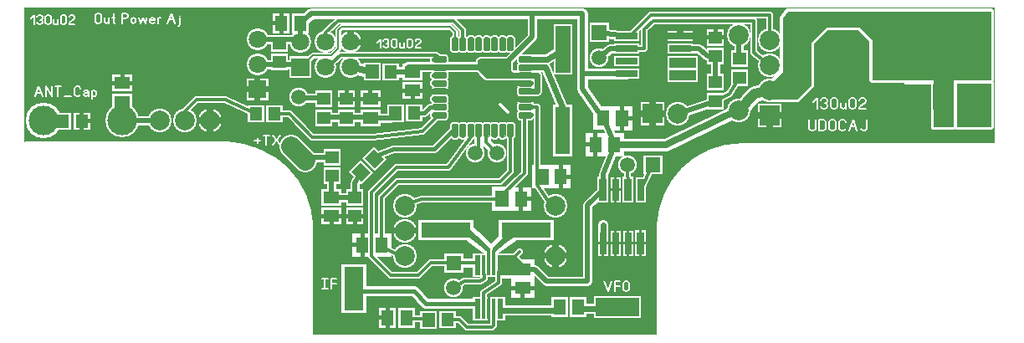
<source format=gbr>
%FSLAX34Y34*%
%MOMM*%
%LNCOPPER_TOP*%
G71*
G01*
%ADD10C, 5.000*%
%ADD11C, 5.200*%
%ADD12C, 2.400*%
%ADD13C, 2.400*%
%ADD14R, 3.300X2.200*%
%ADD15R, 2.800X3.300*%
%ADD16C, 0.700*%
%ADD17R, 2.600X1.100*%
%ADD18C, 0.900*%
%ADD19R, 1.000X2.400*%
%ADD20R, 0.700X2.400*%
%ADD21R, 5.600X2.100*%
%ADD22C, 1.900*%
%ADD23C, 1.000*%
%ADD24C, 0.600*%
%ADD25C, 1.100*%
%ADD26R, 2.000X1.700*%
%ADD27C, 1.600*%
%ADD28C, 2.200*%
%ADD29R, 1.700X1.800*%
%ADD30C, 1.300*%
%ADD31C, 3.600*%
%ADD32C, 3.400*%
%ADD33R, 2.100X2.400*%
%ADD34R, 1.800X1.700*%
%ADD35R, 2.400X2.100*%
%ADD36R, 1.900X5.200*%
%ADD37C, 0.175*%
%ADD38C, 2.400*%
%ADD39C, 1.680*%
%ADD40R, 2.500X5.000*%
%ADD41R, 4.800X2.300*%
%ADD42C, 0.800*%
%ADD43C, 0.159*%
%ADD44C, 0.191*%
%ADD45R, 1.100X2.600*%
%ADD46C, 1.280*%
%ADD47R, 1.700X2.000*%
%ADD48C, 0.300*%
%ADD49C, 0.400*%
%ADD50R, 0.900X0.900*%
%ADD51C, 0.100*%
%ADD52R, 3.100X1.400*%
%ADD53C, 1.280*%
%ADD54C, 0.200*%
%ADD55C, 0.667*%
%ADD56C, 0.649*%
%ADD57C, 0.433*%
%ADD58C, 0.233*%
%ADD59C, 0.245*%
%ADD60C, 2.000*%
%ADD61C, 2.000*%
%ADD62R, 2.000X2.500*%
%ADD63R, 2.200X0.700*%
%ADD64R, 0.600X2.000*%
%ADD65R, 0.300X2.000*%
%ADD66R, 5.000X1.500*%
%ADD67C, 1.500*%
%ADD68C, 0.500*%
%ADD69R, 1.600X1.300*%
%ADD70C, 1.800*%
%ADD71R, 1.300X1.400*%
%ADD72C, 3.000*%
%ADD73R, 1.300X1.600*%
%ADD74R, 1.400X1.300*%
%ADD75R, 1.500X4.800*%
%ADD76C, 2.000*%
%ADD77R, 1.900X4.400*%
%ADD78R, 4.400X1.900*%
%ADD79R, 0.700X2.200*%
%ADD80C, 0.000*%
%ADD81R, 0.500X0.500*%
%ADD82R, 2.700X1.000*%
%LPD*%
G36*
X792Y-396D02*
X982792Y-396D01*
X982792Y-331396D01*
X792Y-331396D01*
X792Y-396D01*
G37*
%LPC*%
X46036Y-49608D02*
G54D10*
D03*
X827085Y-49608D02*
G54D11*
D03*
G36*
X743251Y-121535D02*
X743251Y-97535D01*
X767251Y-97535D01*
X767251Y-121535D01*
X743251Y-121535D01*
G37*
X755252Y-84136D02*
G54D12*
D03*
X755252Y-58736D02*
G54D12*
D03*
X755252Y-33336D02*
G54D12*
D03*
X385760Y-200421D02*
G54D13*
D03*
X538160Y-200421D02*
G54D13*
D03*
X385760Y-225821D02*
G54D13*
D03*
X538161Y-251221D02*
G54D13*
D03*
X385760Y-251221D02*
G54D13*
D03*
X930776Y-32802D02*
G54D14*
D03*
X930670Y-90487D02*
G54D15*
D03*
G36*
X942070Y-73987D02*
X970070Y-73987D01*
X970070Y-106987D01*
X942070Y-106987D01*
X942070Y-73987D01*
G37*
X905270Y-90487D02*
G54D15*
D03*
G36*
X944562Y-120650D02*
X978296Y-120650D01*
X978296Y-77391D01*
X944562Y-77391D01*
X944562Y-120650D01*
G37*
G54D16*
X944562Y-120650D02*
X978296Y-120650D01*
X978296Y-77391D01*
X944562Y-77391D01*
X944562Y-120650D01*
X664367Y-67070D02*
G54D17*
D03*
X664367Y-54370D02*
G54D17*
D03*
X664367Y-41670D02*
G54D17*
D03*
X664366Y-28970D02*
G54D17*
D03*
X610367Y-28970D02*
G54D17*
D03*
X610367Y-41671D02*
G54D17*
D03*
X610367Y-54371D02*
G54D17*
D03*
X610367Y-67070D02*
G54D17*
D03*
G54D18*
X667005Y-53861D02*
X666748Y-53973D01*
G54D16*
X465738Y-295714D02*
X465737Y-288967D01*
X480818Y-279045D01*
X480818Y-267932D01*
X482406Y-305239D02*
G54D19*
D03*
X475818Y-305239D02*
G54D20*
D03*
X470818Y-305239D02*
G54D20*
D03*
X465818Y-305239D02*
G54D20*
D03*
X475818Y-261239D02*
G54D20*
D03*
X470818Y-261239D02*
G54D20*
D03*
X465819Y-261239D02*
G54D20*
D03*
X459387Y-305240D02*
G54D19*
D03*
X482406Y-261186D02*
G54D19*
D03*
X459387Y-261186D02*
G54D19*
D03*
X509071Y-225501D02*
G54D21*
D03*
X427315Y-225501D02*
G54D21*
D03*
G54D16*
X610367Y-41671D02*
X628251Y-41671D01*
X628252Y-22223D01*
X636983Y-13492D01*
X738583Y-13492D01*
X738583Y-45639D01*
X755252Y-58736D01*
G54D16*
X755252Y-34130D02*
X755252Y-7539D01*
X634602Y-7539D01*
X612378Y-29766D01*
X610367Y-29764D01*
G54D18*
X435372Y-258762D02*
X459343Y-258364D01*
G54D16*
X465930Y-270270D02*
X465930Y-274239D01*
X462359Y-276622D01*
X446088Y-276622D01*
X435372Y-284163D01*
G54D16*
X423346Y-225501D02*
X445767Y-225501D01*
X470692Y-246855D01*
X470692Y-255189D01*
G54D16*
X475852Y-255189D02*
X475852Y-246458D01*
X500061Y-226614D01*
G54D18*
X460248Y-123076D02*
X460248Y-148953D01*
X456802Y-147239D01*
G36*
X425872Y-249262D02*
X444872Y-249262D01*
X444872Y-268262D01*
X425872Y-268262D01*
X425872Y-249262D01*
G37*
X435372Y-284163D02*
G54D22*
D03*
G54D16*
X492248Y-123075D02*
X492645Y-165767D01*
X482202Y-176211D01*
X378220Y-176211D01*
X362345Y-192086D01*
X362345Y-242491D01*
X381792Y-251221D01*
G54D16*
X381792Y-200421D02*
X402828Y-193675D01*
X484189Y-193673D01*
X487759Y-186531D01*
X506808Y-167480D01*
X506808Y-108635D01*
X506749Y-108575D01*
G54D16*
X534192Y-200421D02*
X519508Y-179386D01*
X519508Y-100805D01*
X506978Y-100805D01*
X506748Y-100575D01*
G36*
X592099Y-34827D02*
X573099Y-34827D01*
X573099Y-15827D01*
X592099Y-15827D01*
X592099Y-34827D01*
G37*
X582599Y-50727D02*
G54D22*
D03*
G54D18*
X610367Y-41671D02*
X593724Y-41671D01*
X582599Y-50727D01*
G54D18*
X610367Y-28970D02*
X582599Y-25327D01*
G54D23*
X388875Y-60660D02*
X461022Y-60575D01*
X469105Y-68658D01*
X506434Y-68658D01*
G54D23*
X506352Y-68575D02*
X519904Y-68657D01*
X519905Y-84533D01*
X506351Y-84575D01*
G54D24*
X491727Y-76595D02*
X506749Y-76575D01*
G54D24*
X526255Y-92867D02*
X490933Y-92867D01*
G54D24*
X433386Y-84533D02*
X420686Y-84533D01*
X408780Y-84533D01*
G54D25*
X610367Y-67070D02*
X565943Y-67070D01*
X393674Y-65110D02*
G54D26*
D03*
X393674Y-84110D02*
G54D26*
D03*
G54D18*
X499590Y-265008D02*
X517024Y-265008D01*
X528636Y-276620D01*
X570705Y-276620D01*
X570705Y-200023D01*
X586183Y-184520D01*
X586182Y-168274D01*
X598090Y-139301D01*
X586978Y-113505D01*
G54D27*
X755252Y-84136D02*
X740170Y-87708D01*
X723973Y-104242D01*
G36*
X269046Y-49660D02*
X291046Y-49660D01*
X291046Y-71660D01*
X269046Y-71660D01*
X269046Y-49660D01*
G37*
X280046Y-35260D02*
G54D28*
D03*
X305446Y-60660D02*
G54D28*
D03*
X305446Y-35260D02*
G54D28*
D03*
X330846Y-60660D02*
G54D28*
D03*
X330847Y-35260D02*
G54D28*
D03*
X479026Y-147239D02*
G54D22*
D03*
G54D18*
X468248Y-123075D02*
X468248Y-136858D01*
X479026Y-147239D01*
G54D24*
X436249Y-38075D02*
X436538Y-24582D01*
X431402Y-19445D01*
X321864Y-19445D01*
X318292Y-23017D01*
X318292Y-41273D01*
X311545Y-48020D01*
X292686Y-48020D01*
X280046Y-60660D01*
G54D16*
X305594Y-33338D02*
X305594Y-25797D01*
X317897Y-13494D01*
X434975Y-13494D01*
X444103Y-22622D01*
X444103Y-36116D01*
G54D16*
X305446Y-60660D02*
X311545Y-57148D01*
X320674Y-48020D01*
X417590Y-48020D01*
X421748Y-52179D01*
G54D25*
X279795Y-34924D02*
X279796Y-15875D01*
X290908Y-6350D01*
X565545Y-6350D01*
X565545Y-82550D01*
X586580Y-113109D01*
G36*
X344370Y-56087D02*
X361370Y-56087D01*
X361370Y-74087D01*
X344370Y-74087D01*
X344370Y-56087D01*
G37*
X371870Y-65087D02*
G54D29*
D03*
G54D30*
X330846Y-60660D02*
X351680Y-65087D01*
G54D25*
X371870Y-65087D02*
X393674Y-65110D01*
X20011Y-114695D02*
G54D31*
D03*
X100011Y-114695D02*
G54D32*
D03*
X137714Y-114695D02*
G54D12*
D03*
X163114Y-114695D02*
G54D12*
D03*
X188515Y-114695D02*
G54D12*
D03*
X99988Y-95620D02*
G54D26*
D03*
X99988Y-76620D02*
G54D26*
D03*
G54D18*
X100011Y-114695D02*
X137714Y-114695D01*
X586581Y-112314D02*
G54D33*
D03*
G36*
X595080Y-100314D02*
X616080Y-100314D01*
X616080Y-124314D01*
X595080Y-124314D01*
X595080Y-100314D01*
G37*
G36*
X648661Y-95416D02*
X648661Y-119416D01*
X624661Y-119416D01*
X624661Y-95416D01*
X648661Y-95416D01*
G37*
X662061Y-107417D02*
G54D12*
D03*
G54D16*
X254396Y-107950D02*
X268683Y-107950D01*
X292099Y-131366D01*
X354012Y-131366D01*
X403621Y-125412D01*
X421083Y-107950D01*
X253947Y-107948D02*
G54D29*
D03*
X234947Y-107948D02*
G54D29*
D03*
X456802Y-147239D02*
G54D22*
D03*
G54D16*
X435372Y-258762D02*
X411955Y-258364D01*
X399255Y-271064D01*
X371474Y-271064D01*
X352424Y-252014D01*
X352424Y-186926D01*
X377427Y-161923D01*
X429815Y-161923D01*
X452038Y-132158D01*
X452248Y-123075D01*
X303705Y-111772D02*
G54D34*
D03*
X303705Y-92772D02*
G54D34*
D03*
X39686Y-115092D02*
G54D29*
D03*
X58686Y-115092D02*
G54D29*
D03*
X326722Y-111823D02*
G54D34*
D03*
X326722Y-92824D02*
G54D34*
D03*
G54D18*
X351233Y-111125D02*
X327421Y-111125D01*
X303608Y-111125D01*
G36*
X328940Y-166304D02*
X340961Y-154282D01*
X353689Y-167010D01*
X341669Y-179031D01*
X328940Y-166304D01*
G37*
G36*
X342375Y-152868D02*
X354396Y-140848D01*
X367124Y-153576D01*
X355103Y-165596D01*
X342375Y-152868D01*
G37*
X505196Y-265135D02*
G54D35*
D03*
X505196Y-284135D02*
G54D35*
D03*
G54D25*
X482520Y-268665D02*
X501570Y-268665D01*
G36*
X536095Y-98518D02*
X555095Y-98517D01*
X555097Y-150517D01*
X536097Y-150518D01*
X536095Y-98518D01*
G37*
X545596Y-42761D02*
G54D36*
D03*
G54D23*
X506748Y-52575D02*
X529829Y-52575D01*
X545596Y-42761D01*
G54D23*
X506748Y-60575D02*
X528094Y-60575D01*
X545596Y-102690D01*
X545702Y-124412D01*
X545596Y-124518D01*
X350931Y-111822D02*
G54D26*
D03*
X350931Y-92822D02*
G54D26*
D03*
X597693Y-138904D02*
G54D33*
D03*
X578694Y-138904D02*
G54D33*
D03*
G54D37*
X11682Y-89852D02*
X15349Y-80074D01*
X19016Y-89852D01*
G54D37*
X13149Y-86185D02*
X17549Y-86185D01*
G54D37*
X22438Y-89852D02*
X22438Y-80074D01*
X28304Y-89852D01*
X28304Y-80074D01*
G54D37*
X34660Y-89852D02*
X34660Y-80074D01*
G54D37*
X31726Y-80074D02*
X37593Y-80074D01*
G54D37*
X41016Y-89852D02*
X48349Y-89852D01*
G54D37*
X57637Y-88018D02*
X56904Y-89240D01*
X55437Y-89852D01*
X53970Y-89852D01*
X52504Y-89240D01*
X51770Y-88018D01*
X51770Y-81907D01*
X52504Y-80685D01*
X53970Y-80074D01*
X55437Y-80074D01*
X56904Y-80685D01*
X57637Y-81907D01*
G54D37*
X61060Y-84963D02*
X62526Y-84352D01*
X64286Y-84352D01*
X65460Y-85574D01*
X65460Y-89852D01*
G54D37*
X65460Y-88018D02*
X64726Y-86796D01*
X63260Y-86552D01*
X61793Y-86796D01*
X61060Y-88018D01*
X61353Y-89240D01*
X62526Y-89852D01*
X63260Y-89852D01*
X63553Y-89852D01*
X64726Y-89240D01*
X65460Y-88018D01*
G54D37*
X68882Y-84352D02*
X68882Y-92296D01*
G54D37*
X68882Y-88018D02*
X69615Y-89607D01*
X71082Y-89852D01*
X72548Y-89607D01*
X73282Y-88385D01*
X73282Y-85940D01*
X72548Y-84718D01*
X71082Y-84352D01*
X69615Y-84718D01*
X68882Y-86185D01*
G54D37*
X78271Y-8088D02*
X78271Y-14200D01*
X77538Y-15422D01*
X76071Y-16033D01*
X74604Y-16033D01*
X73138Y-15422D01*
X72404Y-14200D01*
X72404Y-8088D01*
X73138Y-6866D01*
X74604Y-6255D01*
X76071Y-6255D01*
X77538Y-6866D01*
X78271Y-8088D01*
G54D37*
X86093Y-10533D02*
X86093Y-16033D01*
G54D37*
X86093Y-14811D02*
X85360Y-15788D01*
X83893Y-16033D01*
X82427Y-15788D01*
X81693Y-14811D01*
X81693Y-10533D01*
G54D37*
X90982Y-6255D02*
X90982Y-15422D01*
X91715Y-16033D01*
X92449Y-15788D01*
G54D37*
X89515Y-10533D02*
X92449Y-10533D01*
G54D37*
X99439Y-16033D02*
X99439Y-6255D01*
X103106Y-6255D01*
X104573Y-6866D01*
X105306Y-8088D01*
X105306Y-9311D01*
X104573Y-10533D01*
X103106Y-11144D01*
X99439Y-11144D01*
G54D37*
X113128Y-14566D02*
X113128Y-12122D01*
X112395Y-10900D01*
X110928Y-10533D01*
X109462Y-10900D01*
X108728Y-12122D01*
X108728Y-14566D01*
X109462Y-15788D01*
X110928Y-16033D01*
X112395Y-15788D01*
X113128Y-14566D01*
G54D37*
X116550Y-10533D02*
X118750Y-16033D01*
X120950Y-10533D01*
X123150Y-16033D01*
X124617Y-10533D01*
G54D37*
X132439Y-15422D02*
X131266Y-16033D01*
X129799Y-16033D01*
X128333Y-15422D01*
X128039Y-14200D01*
X128039Y-12122D01*
X128773Y-10900D01*
X130239Y-10533D01*
X131706Y-10900D01*
X132439Y-11755D01*
X132439Y-12977D01*
X128039Y-12977D01*
G54D37*
X135861Y-16033D02*
X135861Y-10533D01*
G54D37*
X135861Y-11755D02*
X137328Y-10533D01*
X138795Y-10533D01*
G54D37*
X145785Y-16033D02*
X149452Y-6255D01*
X153119Y-16033D01*
G54D37*
X147252Y-12366D02*
X151652Y-12366D01*
G54D37*
X158007Y-8700D02*
X158007Y-8700D01*
G54D37*
X156540Y-18477D02*
X157274Y-18477D01*
X158007Y-17500D01*
X158007Y-10533D01*
G54D38*
X284881Y-155104D02*
X270739Y-140962D01*
X312342Y-151605D02*
G54D34*
D03*
X312342Y-170605D02*
G54D34*
D03*
X335358Y-192137D02*
G54D34*
D03*
X335358Y-211137D02*
G54D34*
D03*
X311545Y-192136D02*
G54D26*
D03*
X311545Y-211136D02*
G54D26*
D03*
G54D37*
X233536Y-134786D02*
X239402Y-134786D01*
G54D37*
X236469Y-132342D02*
X236469Y-137231D01*
G54D37*
X245758Y-139064D02*
X245758Y-129286D01*
G54D37*
X242825Y-129286D02*
X248691Y-129286D01*
G54D37*
X252114Y-129286D02*
X259447Y-139064D01*
G54D37*
X252114Y-139064D02*
X259447Y-129286D01*
X964008Y-90487D02*
G54D39*
D03*
X278604Y-90882D02*
G54D22*
D03*
G54D18*
X335358Y-192137D02*
X335359Y-178197D01*
X340889Y-167058D01*
G54D18*
X335358Y-192137D02*
X311915Y-192506D01*
X311545Y-192136D01*
X311551Y-171396D01*
G54D18*
X312342Y-151605D02*
X286541Y-151605D01*
G54D18*
X278604Y-90882D02*
X303705Y-92772D01*
X334167Y-284558D02*
G54D40*
D03*
G54D23*
X459580Y-299639D02*
X407192Y-299639D01*
X394889Y-286938D01*
X334167Y-286938D01*
X601264Y-303607D02*
G54D41*
D03*
G54D23*
X482598Y-306386D02*
X541733Y-306386D01*
G54D42*
X351630Y-151604D02*
X373854Y-143270D01*
X415923Y-143270D01*
X436164Y-123029D01*
G54D16*
X235346Y-107950D02*
X203596Y-93662D01*
X175021Y-93662D01*
X162321Y-106362D01*
X162321Y-114300D01*
G54D43*
X7142Y-11508D02*
X10476Y-8175D01*
X10476Y-17064D01*
G54D43*
X13586Y-9842D02*
X14253Y-8731D01*
X15586Y-8175D01*
X16920Y-8175D01*
X18253Y-8731D01*
X18920Y-9842D01*
X18920Y-10953D01*
X18253Y-12064D01*
X16920Y-12620D01*
X18253Y-13175D01*
X18920Y-14286D01*
X18920Y-15397D01*
X18253Y-16508D01*
X16920Y-17064D01*
X15586Y-17064D01*
X14253Y-16508D01*
X13586Y-15397D01*
G54D43*
X27364Y-9842D02*
X27364Y-15397D01*
X26697Y-16508D01*
X25364Y-17064D01*
X24030Y-17064D01*
X22697Y-16508D01*
X22030Y-15397D01*
X22030Y-9842D01*
X22697Y-8731D01*
X24030Y-8175D01*
X25364Y-8175D01*
X26697Y-8731D01*
X27364Y-9842D01*
G54D43*
X34474Y-12064D02*
X34474Y-17064D01*
G54D43*
X34474Y-15953D02*
X33808Y-16842D01*
X32474Y-17064D01*
X31141Y-16842D01*
X30474Y-15953D01*
X30474Y-12064D01*
G54D43*
X42919Y-9842D02*
X42919Y-15397D01*
X42252Y-16508D01*
X40919Y-17064D01*
X39585Y-17064D01*
X38252Y-16508D01*
X37585Y-15397D01*
X37585Y-9842D01*
X38252Y-8731D01*
X39585Y-8175D01*
X40919Y-8175D01*
X42252Y-8731D01*
X42919Y-9842D01*
G54D43*
X51363Y-17064D02*
X46029Y-17064D01*
X46029Y-16508D01*
X46696Y-15397D01*
X50696Y-12064D01*
X51363Y-10953D01*
X51363Y-9842D01*
X50696Y-8731D01*
X49363Y-8175D01*
X48029Y-8175D01*
X46696Y-8731D01*
X46029Y-9842D01*
G54D43*
X357583Y-35321D02*
X360916Y-31988D01*
X360916Y-40876D01*
G54D43*
X364027Y-33654D02*
X364694Y-32543D01*
X366027Y-31988D01*
X367360Y-31988D01*
X368694Y-32543D01*
X369360Y-33654D01*
X369360Y-34765D01*
X368694Y-35876D01*
X367360Y-36432D01*
X368694Y-36988D01*
X369360Y-38099D01*
X369360Y-39210D01*
X368694Y-40321D01*
X367360Y-40876D01*
X366027Y-40876D01*
X364694Y-40321D01*
X364027Y-39210D01*
G54D43*
X377804Y-33654D02*
X377804Y-39210D01*
X377138Y-40321D01*
X375804Y-40876D01*
X374471Y-40876D01*
X373138Y-40321D01*
X372471Y-39210D01*
X372471Y-33654D01*
X373138Y-32543D01*
X374471Y-31988D01*
X375804Y-31988D01*
X377138Y-32543D01*
X377804Y-33654D01*
G54D43*
X384915Y-35876D02*
X384915Y-40876D01*
G54D43*
X384915Y-39765D02*
X384248Y-40654D01*
X382915Y-40876D01*
X381582Y-40654D01*
X380915Y-39765D01*
X380915Y-35876D01*
G54D43*
X393359Y-33654D02*
X393359Y-39210D01*
X392692Y-40321D01*
X391359Y-40876D01*
X390026Y-40876D01*
X388692Y-40321D01*
X388026Y-39210D01*
X388026Y-33654D01*
X388692Y-32543D01*
X390026Y-31988D01*
X391359Y-31988D01*
X392692Y-32543D01*
X393359Y-33654D01*
G54D43*
X401803Y-40876D02*
X396470Y-40876D01*
X396470Y-40321D01*
X397137Y-39210D01*
X401137Y-35876D01*
X401803Y-34765D01*
X401803Y-33654D01*
X401137Y-32543D01*
X399803Y-31988D01*
X398470Y-31988D01*
X397137Y-32543D01*
X396470Y-33654D01*
G54D44*
X799305Y-95727D02*
X803305Y-91727D01*
X803305Y-102393D01*
G54D44*
X807038Y-93727D02*
X807838Y-92393D01*
X809438Y-91727D01*
X811038Y-91727D01*
X812638Y-92393D01*
X813438Y-93727D01*
X813438Y-95060D01*
X812638Y-96393D01*
X811038Y-97060D01*
X812638Y-97727D01*
X813438Y-99060D01*
X813438Y-100393D01*
X812638Y-101727D01*
X811038Y-102393D01*
X809438Y-102393D01*
X807838Y-101727D01*
X807038Y-100393D01*
G54D44*
X823571Y-93727D02*
X823571Y-100393D01*
X822771Y-101727D01*
X821171Y-102393D01*
X819571Y-102393D01*
X817971Y-101727D01*
X817171Y-100393D01*
X817171Y-93727D01*
X817971Y-92393D01*
X819571Y-91727D01*
X821171Y-91727D01*
X822771Y-92393D01*
X823571Y-93727D01*
G54D44*
X832104Y-96393D02*
X832104Y-102393D01*
G54D44*
X832104Y-101060D02*
X831304Y-102127D01*
X829704Y-102393D01*
X828104Y-102127D01*
X827304Y-101060D01*
X827304Y-96393D01*
G54D44*
X842237Y-93727D02*
X842237Y-100393D01*
X841437Y-101727D01*
X839837Y-102393D01*
X838237Y-102393D01*
X836637Y-101727D01*
X835837Y-100393D01*
X835837Y-93727D01*
X836637Y-92393D01*
X838237Y-91727D01*
X839837Y-91727D01*
X841437Y-92393D01*
X842237Y-93727D01*
G54D44*
X852370Y-102393D02*
X845970Y-102393D01*
X845970Y-101727D01*
X846770Y-100393D01*
X851570Y-96393D01*
X852370Y-95060D01*
X852370Y-93727D01*
X851570Y-92393D01*
X849970Y-91727D01*
X848370Y-91727D01*
X846770Y-92393D01*
X845970Y-93727D01*
G36*
X225609Y-93910D02*
X225609Y-71910D01*
X247609Y-71910D01*
X247609Y-93910D01*
X225609Y-93910D01*
G37*
X236609Y-57509D02*
G54D28*
D03*
X236609Y-32109D02*
G54D28*
D03*
G54D18*
X236609Y-32109D02*
X280046Y-32085D01*
G54D18*
X236609Y-57509D02*
X280046Y-57485D01*
X700181Y-49514D02*
G54D34*
D03*
X700181Y-30515D02*
G54D34*
D03*
X700209Y-94730D02*
G54D34*
D03*
X700209Y-75730D02*
G54D34*
D03*
G54D18*
X664367Y-41670D02*
X683468Y-41670D01*
X692150Y-49609D01*
X700181Y-49514D01*
X724393Y-51893D02*
G54D34*
D03*
X724393Y-70893D02*
G54D34*
D03*
G54D18*
X700209Y-94730D02*
X662061Y-107417D01*
G54D18*
X700209Y-75730D02*
X700181Y-49514D01*
X723974Y-28042D02*
G54D12*
D03*
X723973Y-104242D02*
G54D12*
D03*
G54D16*
X700209Y-94730D02*
X714770Y-87311D01*
X723576Y-71709D01*
G54D18*
X723996Y-51893D02*
X723996Y-28065D01*
G36*
X978296Y-4762D02*
X773508Y-4762D01*
X768746Y-11112D01*
X768746Y-65088D01*
X757633Y-76200D01*
X757633Y-92075D01*
X783033Y-92075D01*
X796527Y-78581D01*
X796527Y-36116D01*
X812799Y-19844D01*
X845740Y-19844D01*
X859233Y-33338D01*
X859233Y-73025D01*
X978296Y-73025D01*
X978296Y-4762D01*
G37*
G54D16*
X978296Y-4762D02*
X773508Y-4762D01*
X768746Y-11112D01*
X768746Y-65088D01*
X757633Y-76200D01*
X757633Y-92075D01*
X783033Y-92075D01*
X796527Y-78581D01*
X796527Y-36116D01*
X812799Y-19844D01*
X845740Y-19844D01*
X859233Y-33338D01*
X859233Y-73025D01*
X978296Y-73025D01*
X978296Y-4762D01*
G54D44*
X794939Y-113952D02*
X794939Y-122618D01*
X795739Y-123952D01*
X797339Y-124618D01*
X798939Y-124618D01*
X800539Y-123952D01*
X801339Y-122618D01*
X801339Y-113952D01*
G54D44*
X805072Y-124618D02*
X805072Y-113952D01*
X809072Y-113952D01*
X810672Y-114618D01*
X811472Y-115952D01*
X811472Y-122618D01*
X810672Y-123952D01*
X809072Y-124618D01*
X805072Y-124618D01*
G54D44*
X821605Y-115952D02*
X821605Y-122618D01*
X820805Y-123952D01*
X819205Y-124618D01*
X817605Y-124618D01*
X816005Y-123952D01*
X815205Y-122618D01*
X815205Y-115952D01*
X816005Y-114618D01*
X817605Y-113952D01*
X819205Y-113952D01*
X820805Y-114618D01*
X821605Y-115952D01*
G54D44*
X831738Y-122618D02*
X830938Y-123952D01*
X829338Y-124618D01*
X827738Y-124618D01*
X826138Y-123952D01*
X825338Y-122618D01*
X825338Y-115952D01*
X826138Y-114618D01*
X827738Y-113952D01*
X829338Y-113952D01*
X830938Y-114618D01*
X831738Y-115952D01*
G54D44*
X835471Y-124618D02*
X839471Y-113952D01*
X843471Y-124618D01*
G54D44*
X837071Y-120618D02*
X841871Y-120618D01*
G54D44*
X853604Y-113952D02*
X853604Y-122618D01*
X852804Y-123952D01*
X851204Y-124618D01*
X849604Y-124618D01*
X848004Y-123952D01*
X847204Y-122618D01*
G54D37*
X301798Y-284320D02*
X307665Y-284320D01*
G54D37*
X304732Y-284320D02*
X304732Y-274543D01*
G54D37*
X301798Y-274543D02*
X307665Y-274543D01*
G54D37*
X311087Y-284320D02*
X311087Y-274543D01*
X316220Y-274543D01*
G54D37*
X311087Y-279432D02*
X316220Y-279432D01*
G54D37*
X587548Y-277321D02*
X591215Y-287098D01*
X594881Y-277321D01*
G54D37*
X598303Y-287098D02*
X598303Y-277321D01*
X603436Y-277321D01*
G54D37*
X598303Y-282210D02*
X603436Y-282210D01*
G54D37*
X612725Y-279154D02*
X612725Y-285265D01*
X611991Y-286487D01*
X610525Y-287098D01*
X609058Y-287098D01*
X607591Y-286487D01*
X606858Y-285265D01*
X606858Y-279154D01*
X607591Y-277932D01*
X609058Y-277321D01*
X610525Y-277321D01*
X611991Y-277932D01*
X612725Y-279154D01*
X586183Y-238520D02*
G54D45*
D03*
X598883Y-238520D02*
G54D45*
D03*
X611583Y-238520D02*
G54D45*
D03*
G36*
X618783Y-225520D02*
X629783Y-225519D01*
X629784Y-251519D01*
X618784Y-251520D01*
X618783Y-225520D01*
G37*
X624283Y-184520D02*
G54D45*
D03*
G36*
X606082Y-171520D02*
X617082Y-171520D01*
X617083Y-197520D01*
X606083Y-197520D01*
X606082Y-171520D01*
G37*
X598882Y-184520D02*
G54D45*
D03*
G36*
X580682Y-171521D02*
X591682Y-171520D01*
X591683Y-197520D01*
X580683Y-197521D01*
X580682Y-171521D01*
G37*
G36*
X627314Y-168802D02*
X627314Y-149802D01*
X646314Y-149802D01*
X646314Y-168802D01*
X627314Y-168802D01*
G37*
X611414Y-159302D02*
G54D22*
D03*
G54D16*
X624283Y-184520D02*
X636814Y-159302D01*
G54D16*
X611583Y-184520D02*
X611414Y-159302D01*
X412748Y-34526D02*
G54D46*
D03*
X631823Y-321467D02*
G54D46*
D03*
X303211Y-320276D02*
G54D46*
D03*
X638967Y-83342D02*
G54D46*
D03*
X569117Y-170258D02*
G54D46*
D03*
G36*
X367736Y-98155D02*
X384736Y-98155D01*
X384736Y-116155D01*
X367736Y-116155D01*
X367736Y-98155D01*
G37*
X395236Y-107155D02*
G54D29*
D03*
G54D18*
X350931Y-111822D02*
X371569Y-111822D01*
X376236Y-107155D01*
G54D42*
X395236Y-107155D02*
X405207Y-107155D01*
X411557Y-100805D01*
X421519Y-100805D01*
X421748Y-100576D01*
G54D18*
X475852Y-68658D02*
X514745Y-30162D01*
X514745Y-6746D01*
G36*
X469105Y-68658D02*
X461419Y-60972D01*
X461419Y-54515D01*
X462754Y-53180D01*
X492123Y-53180D01*
X492123Y-65085D01*
X495695Y-68658D01*
X469105Y-68658D01*
G37*
G54D16*
X469105Y-68658D02*
X461419Y-60972D01*
X461419Y-54515D01*
X462754Y-53180D01*
X492123Y-53180D01*
X492123Y-65085D01*
X495695Y-68658D01*
X469105Y-68658D01*
X387324Y-313952D02*
G54D47*
D03*
X368324Y-313951D02*
G54D47*
D03*
G36*
X401470Y-307309D02*
X418470Y-307308D01*
X418470Y-325308D01*
X401470Y-325309D01*
X401470Y-307309D01*
G37*
X428970Y-316308D02*
G54D29*
D03*
G54D16*
X409970Y-316308D02*
X387324Y-313952D01*
G54D16*
X428970Y-316308D02*
X441323Y-316308D01*
X448863Y-323849D01*
X474263Y-323849D01*
X475851Y-322261D01*
X475851Y-312736D01*
G36*
X482598Y-268683D02*
X506013Y-268683D01*
X506013Y-261936D01*
X496885Y-252808D01*
X482598Y-252808D01*
X482598Y-268683D01*
G37*
G54D16*
X482598Y-268683D02*
X506013Y-268683D01*
X506013Y-261936D01*
X496885Y-252808D01*
X482598Y-252808D01*
X482598Y-268683D01*
G36*
X514170Y-159448D02*
X535170Y-159448D01*
X535170Y-183448D01*
X514170Y-183448D01*
X514170Y-159448D01*
G37*
X543669Y-171448D02*
G54D33*
D03*
G36*
X473689Y-181673D02*
X494689Y-181673D01*
X494689Y-205673D01*
X473689Y-205673D01*
X473689Y-181673D01*
G37*
X503188Y-193673D02*
G54D33*
D03*
X361900Y-240504D02*
G54D33*
D03*
X342901Y-240504D02*
G54D33*
D03*
G54D48*
X490139Y-106360D02*
X482201Y-98423D01*
G54D23*
X586183Y-235741D02*
X586183Y-220660D01*
G54D30*
X598884Y-138905D02*
X649683Y-138905D01*
X723973Y-103845D01*
G54D16*
X496489Y-252807D02*
X502045Y-247251D01*
G36*
X515248Y-109575D02*
X513248Y-111575D01*
X502248Y-111576D01*
X501248Y-110575D01*
X501249Y-106575D01*
X502248Y-105575D01*
X513248Y-105576D01*
X515248Y-107575D01*
X515248Y-109575D01*
G37*
G54D49*
X515248Y-109575D02*
X513248Y-111575D01*
X502248Y-111576D01*
X501248Y-110575D01*
X501249Y-106575D01*
X502248Y-105575D01*
X513248Y-105576D01*
X515248Y-107575D01*
X515248Y-109575D01*
G36*
X515248Y-101575D02*
X513248Y-103575D01*
X502248Y-103575D01*
X501248Y-102575D01*
X501248Y-98576D01*
X502248Y-97576D01*
X513248Y-97576D01*
X515249Y-99576D01*
X515248Y-101575D01*
G37*
G54D49*
X515248Y-101575D02*
X513248Y-103575D01*
X502248Y-103575D01*
X501248Y-102575D01*
X501248Y-98576D01*
X502248Y-97576D01*
X513248Y-97576D01*
X515249Y-99576D01*
X515248Y-101575D01*
X506749Y-108575D02*
G54D50*
D03*
X506748Y-100575D02*
G54D50*
D03*
G36*
X515248Y-93575D02*
X513248Y-95575D01*
X502248Y-95576D01*
X501249Y-94575D01*
X501248Y-90575D01*
X502248Y-89575D01*
X513249Y-89575D01*
X515248Y-91575D01*
X515248Y-93575D01*
G37*
G54D49*
X515248Y-93575D02*
X513248Y-95575D01*
X502248Y-95576D01*
X501249Y-94575D01*
X501248Y-90575D01*
X502248Y-89575D01*
X513249Y-89575D01*
X515248Y-91575D01*
X515248Y-93575D01*
G36*
X515248Y-85575D02*
X513248Y-87576D01*
X502248Y-87576D01*
X501248Y-86575D01*
X501248Y-82575D01*
X502248Y-81576D01*
X513249Y-81575D01*
X515248Y-83575D01*
X515248Y-85575D01*
G37*
G54D49*
X515248Y-85575D02*
X513248Y-87576D01*
X502248Y-87576D01*
X501248Y-86575D01*
X501248Y-82575D01*
X502248Y-81576D01*
X513249Y-81575D01*
X515248Y-83575D01*
X515248Y-85575D01*
X506748Y-92575D02*
G54D50*
D03*
X506748Y-84575D02*
G54D50*
D03*
G36*
X515248Y-77575D02*
X513248Y-79575D01*
X502248Y-79575D01*
X501248Y-78575D01*
X501248Y-74576D01*
X502248Y-73576D01*
X513248Y-73576D01*
X515248Y-75576D01*
X515248Y-77575D01*
G37*
G54D49*
X515248Y-77575D02*
X513248Y-79575D01*
X502248Y-79575D01*
X501248Y-78575D01*
X501248Y-74576D01*
X502248Y-73576D01*
X513248Y-73576D01*
X515248Y-75576D01*
X515248Y-77575D01*
G36*
X515248Y-69575D02*
X513248Y-71575D01*
X502249Y-71575D01*
X501249Y-70575D01*
X501248Y-66575D01*
X502249Y-65575D01*
X513248Y-65575D01*
X515248Y-67575D01*
X515248Y-69575D01*
G37*
G54D49*
X515248Y-69575D02*
X513248Y-71575D01*
X502249Y-71575D01*
X501249Y-70575D01*
X501248Y-66575D01*
X502249Y-65575D01*
X513248Y-65575D01*
X515248Y-67575D01*
X515248Y-69575D01*
X506749Y-76575D02*
G54D50*
D03*
X506748Y-68575D02*
G54D50*
D03*
G36*
X515248Y-61575D02*
X513248Y-63575D01*
X502248Y-63575D01*
X501248Y-62576D01*
X501249Y-58575D01*
X502248Y-57575D01*
X513248Y-57575D01*
X515248Y-59576D01*
X515248Y-61575D01*
G37*
G54D49*
X515248Y-61575D02*
X513248Y-63575D01*
X502248Y-63575D01*
X501248Y-62576D01*
X501249Y-58575D01*
X502248Y-57575D01*
X513248Y-57575D01*
X515248Y-59576D01*
X515248Y-61575D01*
G36*
X515248Y-53576D02*
X513248Y-55575D01*
X502248Y-55575D01*
X501248Y-54575D01*
X501248Y-50576D01*
X502248Y-49575D01*
X513249Y-49576D01*
X515248Y-51575D01*
X515248Y-53576D01*
G37*
G54D49*
X515248Y-53576D02*
X513248Y-55575D01*
X502248Y-55575D01*
X501248Y-54575D01*
X501248Y-50576D01*
X502248Y-49575D01*
X513249Y-49576D01*
X515248Y-51575D01*
X515248Y-53576D01*
X506748Y-60575D02*
G54D50*
D03*
X506748Y-52575D02*
G54D50*
D03*
G36*
X435248Y-131575D02*
X433248Y-129575D01*
X433248Y-118575D01*
X434248Y-117575D01*
X438248Y-117575D01*
X439248Y-118575D01*
X439248Y-129575D01*
X437248Y-131576D01*
X435248Y-131575D01*
G37*
G54D49*
X435248Y-131575D02*
X433248Y-129575D01*
X433248Y-118575D01*
X434248Y-117575D01*
X438248Y-117575D01*
X439248Y-118575D01*
X439248Y-129575D01*
X437248Y-131576D01*
X435248Y-131575D01*
G36*
X443248Y-131575D02*
X441248Y-129575D01*
X441248Y-118575D01*
X442248Y-117575D01*
X446249Y-117575D01*
X447248Y-118576D01*
X447248Y-129575D01*
X445248Y-131575D01*
X443248Y-131575D01*
G37*
G54D49*
X443248Y-131575D02*
X441248Y-129575D01*
X441248Y-118575D01*
X442248Y-117575D01*
X446249Y-117575D01*
X447248Y-118576D01*
X447248Y-129575D01*
X445248Y-131575D01*
X443248Y-131575D01*
X436248Y-123075D02*
G54D50*
D03*
X444248Y-123075D02*
G54D50*
D03*
G36*
X451248Y-131576D02*
X449248Y-129575D01*
X449249Y-118575D01*
X450248Y-117575D01*
X454249Y-117576D01*
X455248Y-118575D01*
X455248Y-129576D01*
X453248Y-131575D01*
X451248Y-131576D01*
G37*
G54D49*
X451248Y-131576D02*
X449248Y-129575D01*
X449249Y-118575D01*
X450248Y-117575D01*
X454249Y-117576D01*
X455248Y-118575D01*
X455248Y-129576D01*
X453248Y-131575D01*
X451248Y-131576D01*
G36*
X459248Y-131575D02*
X457248Y-129575D01*
X457248Y-118575D01*
X458248Y-117575D01*
X462248Y-117575D01*
X463249Y-118575D01*
X463248Y-129575D01*
X461248Y-131576D01*
X459248Y-131575D01*
G37*
G54D49*
X459248Y-131575D02*
X457248Y-129575D01*
X457248Y-118575D01*
X458248Y-117575D01*
X462248Y-117575D01*
X463249Y-118575D01*
X463248Y-129575D01*
X461248Y-131576D01*
X459248Y-131575D01*
X452248Y-123075D02*
G54D50*
D03*
X460248Y-123076D02*
G54D50*
D03*
G36*
X467248Y-131575D02*
X465248Y-129575D01*
X465249Y-118575D01*
X466248Y-117575D01*
X470249Y-117575D01*
X471248Y-118575D01*
X471248Y-129575D01*
X469248Y-131575D01*
X467248Y-131575D01*
G37*
G54D49*
X467248Y-131575D02*
X465248Y-129575D01*
X465249Y-118575D01*
X466248Y-117575D01*
X470249Y-117575D01*
X471248Y-118575D01*
X471248Y-129575D01*
X469248Y-131575D01*
X467248Y-131575D01*
G36*
X475248Y-131575D02*
X473248Y-129575D01*
X473248Y-118575D01*
X474248Y-117575D01*
X478249Y-117576D01*
X479248Y-118575D01*
X479248Y-129575D01*
X477249Y-131575D01*
X475248Y-131575D01*
G37*
G54D49*
X475248Y-131575D02*
X473248Y-129575D01*
X473248Y-118575D01*
X474248Y-117575D01*
X478249Y-117576D01*
X479248Y-118575D01*
X479248Y-129575D01*
X477249Y-131575D01*
X475248Y-131575D01*
X468248Y-123075D02*
G54D50*
D03*
X476248Y-123075D02*
G54D50*
D03*
G36*
X483248Y-131575D02*
X481248Y-129575D01*
X481248Y-118576D01*
X482248Y-117576D01*
X486248Y-117575D01*
X487248Y-118576D01*
X487248Y-129575D01*
X485248Y-131575D01*
X483248Y-131575D01*
G37*
G54D49*
X483248Y-131575D02*
X481248Y-129575D01*
X481248Y-118576D01*
X482248Y-117576D01*
X486248Y-117575D01*
X487248Y-118576D01*
X487248Y-129575D01*
X485248Y-131575D01*
X483248Y-131575D01*
G36*
X491248Y-131575D02*
X489248Y-129576D01*
X489249Y-118575D01*
X490248Y-117575D01*
X494248Y-117575D01*
X495248Y-118576D01*
X495248Y-129575D01*
X493248Y-131576D01*
X491248Y-131575D01*
G37*
G54D49*
X491248Y-131575D02*
X489248Y-129576D01*
X489249Y-118575D01*
X490248Y-117575D01*
X494248Y-117575D01*
X495248Y-118576D01*
X495248Y-129575D01*
X493248Y-131576D01*
X491248Y-131575D01*
X484248Y-123075D02*
G54D50*
D03*
X492248Y-123075D02*
G54D50*
D03*
G36*
X413248Y-51575D02*
X415248Y-49575D01*
X426248Y-49576D01*
X427248Y-50576D01*
X427248Y-54575D01*
X426248Y-55575D01*
X415248Y-55575D01*
X413248Y-53576D01*
X413248Y-51575D01*
G37*
G54D49*
X413248Y-51575D02*
X415248Y-49575D01*
X426248Y-49576D01*
X427248Y-50576D01*
X427248Y-54575D01*
X426248Y-55575D01*
X415248Y-55575D01*
X413248Y-53576D01*
X413248Y-51575D01*
G36*
X413248Y-59576D02*
X415248Y-57575D01*
X426248Y-57575D01*
X427248Y-58575D01*
X427248Y-62575D01*
X426249Y-63575D01*
X415248Y-63575D01*
X413248Y-61575D01*
X413248Y-59576D01*
G37*
G54D49*
X413248Y-59576D02*
X415248Y-57575D01*
X426248Y-57575D01*
X427248Y-58575D01*
X427248Y-62575D01*
X426249Y-63575D01*
X415248Y-63575D01*
X413248Y-61575D01*
X413248Y-59576D01*
G36*
X417248Y-48076D02*
X426248Y-48075D01*
X426249Y-57075D01*
X417249Y-57076D01*
X417248Y-48076D01*
G37*
G36*
X417248Y-56076D02*
X426248Y-56075D01*
X426249Y-65075D01*
X417249Y-65076D01*
X417248Y-56076D01*
G37*
G36*
X413248Y-67575D02*
X415248Y-65576D01*
X426248Y-65576D01*
X427248Y-66576D01*
X427248Y-70575D01*
X426248Y-71576D01*
X415248Y-71576D01*
X413248Y-69575D01*
X413248Y-67575D01*
G37*
G54D49*
X413248Y-67575D02*
X415248Y-65576D01*
X426248Y-65576D01*
X427248Y-66576D01*
X427248Y-70575D01*
X426248Y-71576D01*
X415248Y-71576D01*
X413248Y-69575D01*
X413248Y-67575D01*
G36*
X413248Y-75575D02*
X415248Y-73575D01*
X426248Y-73575D01*
X427248Y-74576D01*
X427248Y-78575D01*
X426248Y-79575D01*
X415248Y-79575D01*
X413248Y-77576D01*
X413248Y-75575D01*
G37*
G54D49*
X413248Y-75575D02*
X415248Y-73575D01*
X426248Y-73575D01*
X427248Y-74576D01*
X427248Y-78575D01*
X426248Y-79575D01*
X415248Y-79575D01*
X413248Y-77576D01*
X413248Y-75575D01*
X421749Y-68575D02*
G54D50*
D03*
X421748Y-76575D02*
G54D50*
D03*
G36*
X413248Y-83576D02*
X415248Y-81575D01*
X426248Y-81575D01*
X427248Y-82575D01*
X427249Y-86576D01*
X426248Y-87575D01*
X415248Y-87575D01*
X413248Y-85576D01*
X413248Y-83576D01*
G37*
G54D49*
X413248Y-83576D02*
X415248Y-81575D01*
X426248Y-81575D01*
X427248Y-82575D01*
X427249Y-86576D01*
X426248Y-87575D01*
X415248Y-87575D01*
X413248Y-85576D01*
X413248Y-83576D01*
G36*
X413248Y-91575D02*
X415248Y-89575D01*
X426248Y-89575D01*
X427248Y-90576D01*
X427248Y-94575D01*
X426248Y-95575D01*
X415248Y-95575D01*
X413248Y-93575D01*
X413248Y-91575D01*
G37*
G54D49*
X413248Y-91575D02*
X415248Y-89575D01*
X426248Y-89575D01*
X427248Y-90576D01*
X427248Y-94575D01*
X426248Y-95575D01*
X415248Y-95575D01*
X413248Y-93575D01*
X413248Y-91575D01*
X421748Y-84575D02*
G54D50*
D03*
X421748Y-92575D02*
G54D50*
D03*
G36*
X413249Y-99575D02*
X415248Y-97575D01*
X426248Y-97575D01*
X427248Y-98575D01*
X427248Y-102575D01*
X426248Y-103575D01*
X415248Y-103575D01*
X413248Y-101575D01*
X413249Y-99575D01*
G37*
G54D49*
X413249Y-99575D02*
X415248Y-97575D01*
X426248Y-97575D01*
X427248Y-98575D01*
X427248Y-102575D01*
X426248Y-103575D01*
X415248Y-103575D01*
X413248Y-101575D01*
X413249Y-99575D01*
G36*
X413249Y-107576D02*
X415248Y-105575D01*
X426248Y-105575D01*
X427248Y-106575D01*
X427248Y-110575D01*
X426248Y-111575D01*
X415248Y-111576D01*
X413249Y-109575D01*
X413249Y-107576D01*
G37*
G54D49*
X413249Y-107576D02*
X415248Y-105575D01*
X426248Y-105575D01*
X427248Y-106575D01*
X427248Y-110575D01*
X426248Y-111575D01*
X415248Y-111576D01*
X413249Y-109575D01*
X413249Y-107576D01*
G36*
X417248Y-96076D02*
X426248Y-96076D01*
X426248Y-105076D01*
X417248Y-105076D01*
X417248Y-96076D01*
G37*
X421748Y-108575D02*
G54D50*
D03*
G36*
X493248Y-29575D02*
X495248Y-31576D01*
X495248Y-42575D01*
X494248Y-43575D01*
X490248Y-43575D01*
X489248Y-42575D01*
X489248Y-31575D01*
X491248Y-29575D01*
X493248Y-29575D01*
G37*
G54D49*
X493248Y-29575D02*
X495248Y-31576D01*
X495248Y-42575D01*
X494248Y-43575D01*
X490248Y-43575D01*
X489248Y-42575D01*
X489248Y-31575D01*
X491248Y-29575D01*
X493248Y-29575D01*
G36*
X485249Y-29576D02*
X487248Y-31575D01*
X487248Y-42575D01*
X486249Y-43576D01*
X482248Y-43575D01*
X481248Y-42575D01*
X481248Y-31575D01*
X483248Y-29575D01*
X485249Y-29576D01*
G37*
G54D49*
X485249Y-29576D02*
X487248Y-31575D01*
X487248Y-42575D01*
X486249Y-43576D01*
X482248Y-43575D01*
X481248Y-42575D01*
X481248Y-31575D01*
X483248Y-29575D01*
X485249Y-29576D01*
X492249Y-38075D02*
G54D50*
D03*
X484248Y-38076D02*
G54D50*
D03*
G36*
X477249Y-29575D02*
X479248Y-31575D01*
X479248Y-42575D01*
X478248Y-43575D01*
X474249Y-43575D01*
X473249Y-42576D01*
X473248Y-31576D01*
X475248Y-29575D01*
X477249Y-29575D01*
G37*
G54D49*
X477249Y-29575D02*
X479248Y-31575D01*
X479248Y-42575D01*
X478248Y-43575D01*
X474249Y-43575D01*
X473249Y-42576D01*
X473248Y-31576D01*
X475248Y-29575D01*
X477249Y-29575D01*
G36*
X469249Y-29576D02*
X471248Y-31576D01*
X471248Y-42576D01*
X470249Y-43575D01*
X466248Y-43576D01*
X465248Y-42575D01*
X465249Y-31575D01*
X467248Y-29575D01*
X469249Y-29576D01*
G37*
G54D49*
X469249Y-29576D02*
X471248Y-31576D01*
X471248Y-42576D01*
X470249Y-43575D01*
X466248Y-43576D01*
X465248Y-42575D01*
X465249Y-31575D01*
X467248Y-29575D01*
X469249Y-29576D01*
X476248Y-38075D02*
G54D50*
D03*
X468248Y-38075D02*
G54D50*
D03*
G36*
X461248Y-29575D02*
X463249Y-31575D01*
X463249Y-42576D01*
X462248Y-43575D01*
X458248Y-43575D01*
X457248Y-42576D01*
X457248Y-31575D01*
X459248Y-29575D01*
X461248Y-29575D01*
G37*
G54D49*
X461248Y-29575D02*
X463249Y-31575D01*
X463249Y-42576D01*
X462248Y-43575D01*
X458248Y-43575D01*
X457248Y-42576D01*
X457248Y-31575D01*
X459248Y-29575D01*
X461248Y-29575D01*
G36*
X453249Y-29575D02*
X455248Y-31575D01*
X455248Y-42575D01*
X454248Y-43575D01*
X450249Y-43575D01*
X449248Y-42576D01*
X449248Y-31575D01*
X451248Y-29576D01*
X453249Y-29575D01*
G37*
G54D49*
X453249Y-29575D02*
X455248Y-31575D01*
X455248Y-42575D01*
X454248Y-43575D01*
X450249Y-43575D01*
X449248Y-42576D01*
X449248Y-31575D01*
X451248Y-29576D01*
X453249Y-29575D01*
X460248Y-38075D02*
G54D50*
D03*
X452248Y-38075D02*
G54D50*
D03*
G36*
X445248Y-29576D02*
X447248Y-31576D01*
X447248Y-42575D01*
X446249Y-43575D01*
X442248Y-43575D01*
X441248Y-42575D01*
X441249Y-31575D01*
X443248Y-29576D01*
X445248Y-29576D01*
G37*
G54D49*
X445248Y-29576D02*
X447248Y-31576D01*
X447248Y-42575D01*
X446249Y-43575D01*
X442248Y-43575D01*
X441248Y-42575D01*
X441249Y-31575D01*
X443248Y-29576D01*
X445248Y-29576D01*
G36*
X437248Y-29576D02*
X439248Y-31575D01*
X439248Y-42575D01*
X438248Y-43575D01*
X434248Y-43575D01*
X433248Y-42576D01*
X433248Y-31575D01*
X435248Y-29575D01*
X437248Y-29576D01*
G37*
G54D49*
X437248Y-29576D02*
X439248Y-31575D01*
X439248Y-42575D01*
X438248Y-43575D01*
X434248Y-43575D01*
X433248Y-42576D01*
X433248Y-31575D01*
X435248Y-29575D01*
X437248Y-29576D01*
X444248Y-38075D02*
G54D50*
D03*
X436249Y-38075D02*
G54D50*
D03*
G36*
X917177Y-77787D02*
X887014Y-77787D01*
X887014Y-123824D01*
X917177Y-123824D01*
X917177Y-77787D01*
G37*
G54D51*
X917177Y-77787D02*
X887014Y-77787D01*
X887014Y-123824D01*
X917177Y-123824D01*
X917177Y-77787D01*
G36*
X921146Y-120650D02*
X921146Y-61912D01*
X940196Y-61912D01*
X940196Y-120650D01*
X921146Y-120650D01*
G37*
G54D16*
X921146Y-120650D02*
X921146Y-61912D01*
X940196Y-61912D01*
X940196Y-120650D01*
X921146Y-120650D01*
X279796Y-15875D02*
G54D47*
D03*
X260796Y-15875D02*
G54D47*
D03*
X258735Y-55536D02*
G54D34*
D03*
X258735Y-36536D02*
G54D34*
D03*
X474661Y-101201D02*
G54D46*
D03*
X485773Y-60720D02*
G54D46*
D03*
X666750Y-69056D02*
G54D52*
D03*
X542131Y-303609D02*
G54D47*
D03*
X561131Y-303609D02*
G54D47*
D03*
G54D23*
X602455Y-305195D02*
X560783Y-305195D01*
G36*
X475059Y-246856D02*
X475059Y-243284D01*
X485775Y-232569D01*
X494903Y-232569D01*
X475059Y-246856D01*
G37*
G54D18*
X475059Y-246856D02*
X475059Y-243284D01*
X485775Y-232569D01*
X494903Y-232569D01*
X475059Y-246856D01*
G36*
X471452Y-247215D02*
X471452Y-243643D01*
X451609Y-225783D01*
X451609Y-232927D01*
X471452Y-247215D01*
G37*
G54D18*
X471452Y-247215D02*
X471452Y-243643D01*
X451609Y-225783D01*
X451609Y-232927D01*
X471452Y-247215D01*
X538160Y-198832D02*
G54D53*
D03*
X538160Y-202404D02*
G54D53*
D03*
X538160Y-249632D02*
G54D53*
D03*
X538160Y-253204D02*
G54D53*
D03*
X385760Y-198832D02*
G54D53*
D03*
X385760Y-202404D02*
G54D53*
D03*
X385760Y-224232D02*
G54D53*
D03*
X385760Y-227804D02*
G54D53*
D03*
X385760Y-249235D02*
G54D53*
D03*
X385760Y-252807D02*
G54D53*
D03*
X666751Y-55959D02*
G54D52*
D03*
G54D54*
X981470Y-138112D02*
X727470Y-138112D01*
G54D54*
G75*
G01X726874Y-138242D02*
G03X641874Y-223242I0J-85000D01*
G01*
G54D54*
X641747Y-223044D02*
X641747Y-331788D01*
G54D54*
G75*
G01X291968Y-223242D02*
G03X206968Y-138242I-85000J0D01*
G01*
G54D54*
X291703Y-331788D02*
X641747Y-331788D01*
G54D54*
X981470Y-138112D02*
X727470Y-138112D01*
G54D54*
G75*
G01X726874Y-138242D02*
G03X641874Y-223242I0J-85000D01*
G01*
G54D54*
X641747Y-223044D02*
X641747Y-331788D01*
G54D54*
G75*
G01X291968Y-223242D02*
G03X206968Y-138242I-85000J0D01*
G01*
G54D54*
X291703Y-223044D02*
X291703Y-331788D01*
G36*
X1784Y-136326D02*
X1784Y-330398D01*
X291503Y-330001D01*
X291503Y-218082D01*
X289122Y-203398D01*
X284756Y-189507D01*
X277612Y-176410D01*
X264515Y-160932D01*
X254990Y-152598D01*
X236337Y-143073D01*
X222447Y-139104D01*
X206572Y-136326D01*
X1784Y-136326D01*
G37*
G54D54*
X1784Y-136326D02*
X1784Y-330398D01*
X291503Y-330001D01*
X291503Y-218082D01*
X289122Y-203398D01*
X284756Y-189507D01*
X277612Y-176410D01*
X264515Y-160932D01*
X254990Y-152598D01*
X236337Y-143073D01*
X222447Y-139104D01*
X206572Y-136326D01*
X1784Y-136326D01*
G36*
X985439Y-138112D02*
X985441Y-331391D01*
X641747Y-331788D01*
X641747Y-219869D01*
X644128Y-205184D01*
X648494Y-191294D01*
X655638Y-178197D01*
X668734Y-162719D01*
X678259Y-154384D01*
X696912Y-144859D01*
X710803Y-140891D01*
X726678Y-138112D01*
X985439Y-138112D01*
G37*
G54D54*
X985439Y-138112D02*
X985441Y-331391D01*
X641747Y-331788D01*
X641747Y-219869D01*
X644128Y-205184D01*
X648494Y-191294D01*
X655638Y-178197D01*
X668734Y-162719D01*
X678259Y-154384D01*
X696912Y-144859D01*
X710803Y-140891D01*
X726678Y-138112D01*
X985439Y-138112D01*
%LPD*%
G54D55*
G36*
X755251Y-112869D02*
X742751Y-112869D01*
X742751Y-106202D01*
X755251Y-106202D01*
X755251Y-112869D01*
G37*
G36*
X755251Y-106202D02*
X767751Y-106202D01*
X767751Y-112869D01*
X755251Y-112869D01*
X755251Y-106202D01*
G37*
G36*
X758585Y-109535D02*
X758585Y-122035D01*
X751918Y-122035D01*
X751918Y-109535D01*
X758585Y-109535D01*
G37*
G54D55*
G36*
X385760Y-222488D02*
X398260Y-222488D01*
X398260Y-229154D01*
X385760Y-229154D01*
X385760Y-222488D01*
G37*
G36*
X385760Y-229154D02*
X373260Y-229154D01*
X373260Y-222488D01*
X385760Y-222488D01*
X385760Y-229154D01*
G37*
G54D55*
G36*
X538161Y-247888D02*
X550661Y-247888D01*
X550661Y-254554D01*
X538161Y-254554D01*
X538161Y-247888D01*
G37*
G36*
X541494Y-251221D02*
X541494Y-263721D01*
X534827Y-263721D01*
X534827Y-251221D01*
X541494Y-251221D01*
G37*
G36*
X538161Y-254554D02*
X525661Y-254554D01*
X525661Y-247888D01*
X538161Y-247888D01*
X538161Y-254554D01*
G37*
G36*
X534827Y-251221D02*
X534827Y-238721D01*
X541494Y-238721D01*
X541494Y-251221D01*
X534827Y-251221D01*
G37*
G54D56*
G36*
X664366Y-32214D02*
X650866Y-32214D01*
X650866Y-25727D01*
X664366Y-25727D01*
X664366Y-32214D01*
G37*
G36*
X661123Y-28970D02*
X661122Y-22970D01*
X667609Y-22970D01*
X667610Y-28970D01*
X661123Y-28970D01*
G37*
G36*
X664366Y-25727D02*
X677866Y-25727D01*
X677866Y-32214D01*
X664366Y-32214D01*
X664366Y-25727D01*
G37*
G54D48*
G36*
X472318Y-305239D02*
X472317Y-317739D01*
X469317Y-317739D01*
X469318Y-305239D01*
X472318Y-305239D01*
G37*
G36*
X469318Y-305239D02*
X469320Y-292739D01*
X472320Y-292739D01*
X472318Y-305239D01*
X469318Y-305239D01*
G37*
G54D57*
G36*
X393674Y-81943D02*
X404174Y-81943D01*
X404174Y-86276D01*
X393674Y-86276D01*
X393674Y-81943D01*
G37*
G36*
X395841Y-84110D02*
X395841Y-93110D01*
X391508Y-93110D01*
X391508Y-84110D01*
X395841Y-84110D01*
G37*
G36*
X393674Y-86276D02*
X383174Y-86277D01*
X383174Y-81944D01*
X393674Y-81943D01*
X393674Y-86276D01*
G37*
G54D24*
G36*
X327847Y-35260D02*
X327847Y-23760D01*
X333847Y-23760D01*
X333847Y-35260D01*
X327847Y-35260D01*
G37*
G36*
X330847Y-32260D02*
X342347Y-32260D01*
X342347Y-38260D01*
X330847Y-38260D01*
X330847Y-32260D01*
G37*
G54D55*
G36*
X185181Y-114695D02*
X185181Y-102195D01*
X191848Y-102195D01*
X191848Y-114695D01*
X185181Y-114695D01*
G37*
G36*
X188515Y-111362D02*
X201015Y-111362D01*
X201015Y-118029D01*
X188515Y-118029D01*
X188515Y-111362D01*
G37*
G36*
X191848Y-114695D02*
X191848Y-127195D01*
X185181Y-127195D01*
X185181Y-114695D01*
X191848Y-114695D01*
G37*
G36*
X188515Y-118029D02*
X176015Y-118029D01*
X176015Y-111362D01*
X188515Y-111362D01*
X188515Y-118029D01*
G37*
G54D57*
G36*
X99988Y-78787D02*
X89488Y-78787D01*
X89488Y-74454D01*
X99988Y-74454D01*
X99988Y-78787D01*
G37*
G36*
X97821Y-76620D02*
X97821Y-67620D01*
X102154Y-67620D01*
X102154Y-76620D01*
X97821Y-76620D01*
G37*
G36*
X99988Y-74454D02*
X110488Y-74453D01*
X110488Y-78786D01*
X99988Y-78787D01*
X99988Y-74454D01*
G37*
G54D57*
G36*
X603414Y-112314D02*
X603414Y-99814D01*
X607747Y-99814D01*
X607747Y-112314D01*
X603414Y-112314D01*
G37*
G36*
X605580Y-110148D02*
X616580Y-110147D01*
X616580Y-114480D01*
X605580Y-114480D01*
X605580Y-110148D01*
G37*
G36*
X607747Y-112314D02*
X607747Y-124814D01*
X603414Y-124814D01*
X603414Y-112314D01*
X607747Y-112314D01*
G37*
G54D55*
G36*
X636661Y-104083D02*
X649161Y-104083D01*
X649161Y-110750D01*
X636661Y-110750D01*
X636661Y-104083D01*
G37*
G36*
X639995Y-107416D02*
X639995Y-119916D01*
X633328Y-119916D01*
X633328Y-107416D01*
X639995Y-107416D01*
G37*
G36*
X636661Y-110750D02*
X624161Y-110750D01*
X624161Y-104083D01*
X636661Y-104083D01*
X636661Y-110750D01*
G37*
G36*
X633328Y-107416D02*
X633328Y-94916D01*
X639995Y-94916D01*
X639995Y-107416D01*
X633328Y-107416D01*
G37*
G54D57*
G36*
X56519Y-115092D02*
X56519Y-105592D01*
X60852Y-105592D01*
X60852Y-115092D01*
X56519Y-115092D01*
G37*
G36*
X58686Y-112925D02*
X67686Y-112925D01*
X67686Y-117258D01*
X58686Y-117258D01*
X58686Y-112925D01*
G37*
G36*
X60852Y-115092D02*
X60852Y-124592D01*
X56519Y-124592D01*
X56519Y-115092D01*
X60852Y-115092D01*
G37*
G54D57*
G36*
X326722Y-94990D02*
X317222Y-94990D01*
X317222Y-90657D01*
X326722Y-90657D01*
X326722Y-94990D01*
G37*
G36*
X324555Y-92824D02*
X324555Y-83824D01*
X328888Y-83824D01*
X328888Y-92824D01*
X324555Y-92824D01*
G37*
G36*
X326722Y-90657D02*
X336222Y-90657D01*
X336222Y-94990D01*
X326722Y-94990D01*
X326722Y-90657D01*
G37*
G54D57*
G36*
X505196Y-281968D02*
X517696Y-281968D01*
X517696Y-286301D01*
X505196Y-286301D01*
X505196Y-281968D01*
G37*
G36*
X507363Y-284135D02*
X507363Y-295135D01*
X503030Y-295135D01*
X503030Y-284135D01*
X507363Y-284135D01*
G37*
G36*
X505196Y-286301D02*
X492696Y-286302D01*
X492696Y-281969D01*
X505196Y-281968D01*
X505196Y-286301D01*
G37*
G54D57*
G36*
X350931Y-94989D02*
X340431Y-94989D01*
X340431Y-90656D01*
X350931Y-90656D01*
X350931Y-94989D01*
G37*
G36*
X348764Y-92823D02*
X348764Y-83823D01*
X353097Y-83822D01*
X353097Y-92822D01*
X348764Y-92823D01*
G37*
G36*
X350931Y-90656D02*
X361431Y-90656D01*
X361431Y-94989D01*
X350931Y-94989D01*
X350931Y-90656D01*
G37*
G54D57*
G36*
X580860Y-138904D02*
X580860Y-151404D01*
X576527Y-151405D01*
X576527Y-138905D01*
X580860Y-138904D01*
G37*
G36*
X578694Y-141071D02*
X567694Y-141071D01*
X567694Y-136738D01*
X578694Y-136738D01*
X578694Y-141071D01*
G37*
G36*
X576527Y-138905D02*
X576527Y-126405D01*
X580860Y-126404D01*
X580860Y-138904D01*
X576527Y-138905D01*
G37*
G54D57*
G36*
X335358Y-208970D02*
X344858Y-208970D01*
X344858Y-213303D01*
X335358Y-213303D01*
X335358Y-208970D01*
G37*
G36*
X337525Y-211137D02*
X337525Y-220137D01*
X333192Y-220137D01*
X333192Y-211137D01*
X337525Y-211137D01*
G37*
G36*
X335358Y-213303D02*
X325858Y-213303D01*
X325858Y-208970D01*
X335358Y-208970D01*
X335358Y-213303D01*
G37*
G54D57*
G36*
X311545Y-208969D02*
X322045Y-208969D01*
X322045Y-213302D01*
X311545Y-213302D01*
X311545Y-208969D01*
G37*
G36*
X313712Y-211135D02*
X313712Y-220135D01*
X309379Y-220136D01*
X309379Y-211136D01*
X313712Y-211135D01*
G37*
G36*
X311545Y-213302D02*
X301045Y-213302D01*
X301045Y-208969D01*
X311545Y-208969D01*
X311545Y-213302D01*
G37*
G54D24*
G36*
X236609Y-85910D02*
X225109Y-85910D01*
X225109Y-79910D01*
X236609Y-79910D01*
X236609Y-85910D01*
G37*
G36*
X233609Y-82910D02*
X233609Y-71410D01*
X239609Y-71410D01*
X239609Y-82910D01*
X233609Y-82910D01*
G37*
G36*
X236609Y-79910D02*
X248109Y-79910D01*
X248109Y-85910D01*
X236609Y-85910D01*
X236609Y-79910D01*
G37*
G36*
X239609Y-82910D02*
X239609Y-94410D01*
X233609Y-94410D01*
X233609Y-82910D01*
X239609Y-82910D01*
G37*
G54D57*
G36*
X700181Y-32681D02*
X690681Y-32681D01*
X690681Y-28348D01*
X700181Y-28348D01*
X700181Y-32681D01*
G37*
G36*
X698015Y-30515D02*
X698015Y-21515D01*
X702348Y-21515D01*
X702348Y-30515D01*
X698015Y-30515D01*
G37*
G36*
X700181Y-28348D02*
X709681Y-28348D01*
X709681Y-32681D01*
X700181Y-32681D01*
X700181Y-28348D01*
G37*
G54D58*
G36*
X585016Y-238520D02*
X585017Y-225020D01*
X587350Y-225020D01*
X587349Y-238520D01*
X585016Y-238520D01*
G37*
G36*
X586183Y-237354D02*
X592183Y-237354D01*
X592183Y-239687D01*
X586183Y-239687D01*
X586183Y-237354D01*
G37*
G36*
X587349Y-238520D02*
X587349Y-252020D01*
X585016Y-252020D01*
X585016Y-238520D01*
X587349Y-238520D01*
G37*
G36*
X586183Y-239687D02*
X580183Y-239687D01*
X580183Y-237354D01*
X586183Y-237354D01*
X586183Y-239687D01*
G37*
G54D58*
G36*
X597716Y-238520D02*
X597716Y-225020D01*
X600050Y-225020D01*
X600050Y-238520D01*
X597716Y-238520D01*
G37*
G36*
X598883Y-237354D02*
X604883Y-237354D01*
X604883Y-239687D01*
X598883Y-239687D01*
X598883Y-237354D01*
G37*
G36*
X600050Y-238520D02*
X600050Y-252020D01*
X597716Y-252020D01*
X597716Y-238520D01*
X600050Y-238520D01*
G37*
G36*
X598883Y-239687D02*
X592883Y-239687D01*
X592883Y-237354D01*
X598883Y-237354D01*
X598883Y-239687D01*
G37*
G54D58*
G36*
X610416Y-238520D02*
X610417Y-225020D01*
X612750Y-225020D01*
X612749Y-238520D01*
X610416Y-238520D01*
G37*
G36*
X611583Y-237354D02*
X617583Y-237354D01*
X617583Y-239687D01*
X611583Y-239687D01*
X611583Y-237354D01*
G37*
G36*
X612749Y-238520D02*
X612749Y-252020D01*
X610416Y-252020D01*
X610416Y-238520D01*
X612749Y-238520D01*
G37*
G36*
X611583Y-239687D02*
X605583Y-239687D01*
X605583Y-237354D01*
X611583Y-237354D01*
X611583Y-239687D01*
G37*
G54D59*
G36*
X623058Y-238520D02*
X623058Y-225020D01*
X625508Y-225019D01*
X625508Y-238519D01*
X623058Y-238520D01*
G37*
G36*
X624283Y-237294D02*
X630283Y-237294D01*
X630283Y-239744D01*
X624283Y-239744D01*
X624283Y-237294D01*
G37*
G36*
X625508Y-238519D02*
X625509Y-252019D01*
X623059Y-252020D01*
X623058Y-238520D01*
X625508Y-238519D01*
G37*
G36*
X624283Y-239744D02*
X618283Y-239745D01*
X618283Y-237295D01*
X624283Y-237294D01*
X624283Y-239744D01*
G37*
G54D58*
G36*
X597716Y-184520D02*
X597717Y-171020D01*
X600050Y-171020D01*
X600049Y-184520D01*
X597716Y-184520D01*
G37*
G36*
X598882Y-183354D02*
X604882Y-183354D01*
X604882Y-185687D01*
X598882Y-185687D01*
X598882Y-183354D01*
G37*
G36*
X600049Y-184520D02*
X600048Y-198020D01*
X597715Y-198020D01*
X597716Y-184520D01*
X600049Y-184520D01*
G37*
G36*
X598882Y-185687D02*
X592882Y-185687D01*
X592882Y-183354D01*
X598882Y-183354D01*
X598882Y-185687D01*
G37*
G54D57*
G36*
X370491Y-313951D02*
X370491Y-324451D01*
X366158Y-324451D01*
X366158Y-313951D01*
X370491Y-313951D01*
G37*
G36*
X368324Y-316118D02*
X359324Y-316118D01*
X359324Y-311785D01*
X368324Y-311785D01*
X368324Y-316118D01*
G37*
G36*
X366158Y-313951D02*
X366157Y-303451D01*
X370490Y-303451D01*
X370491Y-313951D01*
X366158Y-313951D01*
G37*
G54D57*
G36*
X541503Y-171448D02*
X541503Y-158948D01*
X545836Y-158948D01*
X545836Y-171448D01*
X541503Y-171448D01*
G37*
G36*
X543669Y-169281D02*
X554669Y-169282D01*
X554669Y-173615D01*
X543669Y-173614D01*
X543669Y-169281D01*
G37*
G36*
X545836Y-171448D02*
X545836Y-183948D01*
X541503Y-183948D01*
X541503Y-171448D01*
X545836Y-171448D01*
G37*
G54D57*
G36*
X501022Y-193673D02*
X501022Y-181173D01*
X505355Y-181173D01*
X505354Y-193673D01*
X501022Y-193673D01*
G37*
G36*
X503188Y-191506D02*
X514188Y-191506D01*
X514188Y-195840D01*
X503188Y-195839D01*
X503188Y-191506D01*
G37*
G36*
X505354Y-193673D02*
X505354Y-206173D01*
X501021Y-206173D01*
X501022Y-193673D01*
X505354Y-193673D01*
G37*
G54D57*
G36*
X345067Y-240504D02*
X345067Y-253004D01*
X340734Y-253004D01*
X340734Y-240504D01*
X345067Y-240504D01*
G37*
G36*
X342901Y-242671D02*
X331901Y-242671D01*
X331901Y-238338D01*
X342901Y-238338D01*
X342901Y-242671D01*
G37*
G36*
X340734Y-240504D02*
X340734Y-228004D01*
X345067Y-228004D01*
X345067Y-240504D01*
X340734Y-240504D01*
G37*
G54D57*
G36*
X262963Y-15875D02*
X262963Y-26375D01*
X258630Y-26375D01*
X258630Y-15875D01*
X262963Y-15875D01*
G37*
G36*
X260796Y-18041D02*
X251796Y-18041D01*
X251796Y-13708D01*
X260796Y-13708D01*
X260796Y-18041D01*
G37*
G36*
X258630Y-15875D02*
X258630Y-5375D01*
X262963Y-5375D01*
X262963Y-15875D01*
X258630Y-15875D01*
G37*
X46036Y-49608D02*
G54D10*
D03*
X827085Y-49608D02*
G54D11*
D03*
G36*
X745251Y-119535D02*
X745251Y-99535D01*
X765251Y-99535D01*
X765251Y-119535D01*
X745251Y-119535D01*
G37*
X755252Y-84136D02*
G54D60*
D03*
X755252Y-58736D02*
G54D60*
D03*
X755252Y-33336D02*
G54D60*
D03*
X385760Y-200421D02*
G54D61*
D03*
X538160Y-200421D02*
G54D61*
D03*
X385760Y-225821D02*
G54D61*
D03*
X538161Y-251221D02*
G54D61*
D03*
X385760Y-251221D02*
G54D61*
D03*
X930776Y-32802D02*
G54D14*
D03*
X930670Y-90487D02*
G54D62*
D03*
G36*
X946070Y-77987D02*
X966070Y-77987D01*
X966070Y-102987D01*
X946070Y-102987D01*
X946070Y-77987D01*
G37*
X905270Y-90487D02*
G54D62*
D03*
G36*
X944562Y-120650D02*
X978296Y-120650D01*
X978296Y-77391D01*
X944562Y-77391D01*
X944562Y-120650D01*
G37*
G54D51*
X944562Y-120650D02*
X978296Y-120650D01*
X978296Y-77391D01*
X944562Y-77391D01*
X944562Y-120650D01*
X664367Y-67070D02*
G54D63*
D03*
X664367Y-54370D02*
G54D63*
D03*
X664367Y-41670D02*
G54D63*
D03*
X664366Y-28970D02*
G54D63*
D03*
X610367Y-28970D02*
G54D63*
D03*
X610367Y-41671D02*
G54D63*
D03*
X610367Y-54371D02*
G54D63*
D03*
X610367Y-67070D02*
G54D63*
D03*
G54D48*
X667005Y-53861D02*
X666748Y-53973D01*
G54D48*
X465738Y-295714D02*
X465737Y-288967D01*
X480818Y-279045D01*
X480818Y-267932D01*
X482406Y-305239D02*
G54D64*
D03*
X475818Y-305239D02*
G54D65*
D03*
X470818Y-305239D02*
G54D65*
D03*
X465818Y-305239D02*
G54D65*
D03*
X475818Y-261239D02*
G54D65*
D03*
X470818Y-261239D02*
G54D65*
D03*
X465819Y-261239D02*
G54D65*
D03*
X459387Y-305240D02*
G54D64*
D03*
X482406Y-261186D02*
G54D64*
D03*
X459387Y-261186D02*
G54D64*
D03*
X509071Y-225501D02*
G54D66*
D03*
X427315Y-225501D02*
G54D66*
D03*
G54D48*
X610367Y-41671D02*
X628251Y-41671D01*
X628252Y-22223D01*
X636983Y-13492D01*
X738583Y-13492D01*
X738583Y-45639D01*
X755252Y-58736D01*
G54D48*
X755252Y-34130D02*
X755252Y-7539D01*
X634602Y-7539D01*
X612378Y-29766D01*
X610367Y-29764D01*
G54D48*
X435372Y-258762D02*
X459343Y-258364D01*
G54D48*
X465930Y-270270D02*
X465930Y-274239D01*
X462359Y-276622D01*
X446088Y-276622D01*
X435372Y-284163D01*
G54D48*
X423346Y-225501D02*
X445767Y-225501D01*
X470692Y-246855D01*
X470692Y-255189D01*
G54D48*
X475852Y-255189D02*
X475852Y-246458D01*
X500061Y-226614D01*
G54D48*
X460248Y-123076D02*
X460248Y-148953D01*
X456802Y-147239D01*
G36*
X427872Y-251262D02*
X442872Y-251262D01*
X442872Y-266262D01*
X427872Y-266262D01*
X427872Y-251262D01*
G37*
X435372Y-284163D02*
G54D67*
D03*
G54D48*
X492248Y-123075D02*
X492645Y-165767D01*
X482202Y-176211D01*
X378220Y-176211D01*
X362345Y-192086D01*
X362345Y-242491D01*
X381792Y-251221D01*
G54D48*
X381792Y-200421D02*
X402828Y-193675D01*
X484189Y-193673D01*
X487759Y-186531D01*
X506808Y-167480D01*
X506808Y-108635D01*
X506749Y-108575D01*
G54D48*
X534192Y-200421D02*
X519508Y-179386D01*
X519508Y-100805D01*
X506978Y-100805D01*
X506748Y-100575D01*
G36*
X590099Y-32827D02*
X575099Y-32827D01*
X575099Y-17827D01*
X590099Y-17827D01*
X590099Y-32827D01*
G37*
X582599Y-50727D02*
G54D67*
D03*
G54D68*
X610367Y-41671D02*
X593724Y-41671D01*
X582599Y-50727D01*
G54D68*
X610367Y-28970D02*
X582599Y-25327D01*
G54D24*
X388875Y-60660D02*
X461022Y-60575D01*
X469105Y-68658D01*
X506434Y-68658D01*
G54D24*
X506352Y-68575D02*
X519904Y-68657D01*
X519905Y-84533D01*
X506351Y-84575D01*
G54D24*
X491727Y-76595D02*
X506749Y-76575D01*
G54D24*
X526255Y-92867D02*
X490933Y-92867D01*
G54D24*
X433386Y-84533D02*
X420686Y-84533D01*
X408780Y-84533D01*
G54D68*
X610367Y-67070D02*
X565943Y-67070D01*
X393674Y-65110D02*
G54D69*
D03*
X393674Y-84110D02*
G54D69*
D03*
G54D68*
X499590Y-265008D02*
X517024Y-265008D01*
X528636Y-276620D01*
X570705Y-276620D01*
X570705Y-200023D01*
X586183Y-184520D01*
X586182Y-168274D01*
X598090Y-139301D01*
X586978Y-113505D01*
G54D23*
X755252Y-84136D02*
X740170Y-87708D01*
X723973Y-104242D01*
G36*
X271046Y-51660D02*
X289046Y-51660D01*
X289046Y-69660D01*
X271046Y-69660D01*
X271046Y-51660D01*
G37*
X280046Y-35260D02*
G54D70*
D03*
X305446Y-60660D02*
G54D70*
D03*
X305446Y-35260D02*
G54D70*
D03*
X330846Y-60660D02*
G54D70*
D03*
X330847Y-35260D02*
G54D70*
D03*
X479026Y-147239D02*
G54D67*
D03*
G54D48*
X468248Y-123075D02*
X468248Y-136858D01*
X479026Y-147239D01*
G54D54*
X436249Y-38075D02*
X436538Y-24582D01*
X431402Y-19445D01*
X321864Y-19445D01*
X318292Y-23017D01*
X318292Y-41273D01*
X311545Y-48020D01*
X292686Y-48020D01*
X280046Y-60660D01*
G54D48*
X305594Y-33338D02*
X305594Y-25797D01*
X317897Y-13494D01*
X434975Y-13494D01*
X444103Y-22622D01*
X444103Y-36116D01*
G54D48*
X305446Y-60660D02*
X311545Y-57148D01*
X320674Y-48020D01*
X417590Y-48020D01*
X421748Y-52179D01*
G54D68*
X279795Y-34924D02*
X279796Y-15875D01*
X290908Y-6350D01*
X565545Y-6350D01*
X565545Y-82550D01*
X586580Y-113109D01*
G36*
X346370Y-58087D02*
X359370Y-58087D01*
X359370Y-72087D01*
X346370Y-72087D01*
X346370Y-58087D01*
G37*
X371870Y-65087D02*
G54D71*
D03*
G54D16*
X330846Y-60660D02*
X351680Y-65087D01*
G54D68*
X371870Y-65087D02*
X393674Y-65110D01*
X20011Y-114695D02*
G54D72*
D03*
X100011Y-114695D02*
G54D72*
D03*
X137714Y-114695D02*
G54D60*
D03*
X163114Y-114695D02*
G54D60*
D03*
X188515Y-114695D02*
G54D60*
D03*
X99988Y-95620D02*
G54D69*
D03*
X99988Y-76620D02*
G54D69*
D03*
G54D68*
X100011Y-114695D02*
X137714Y-114695D01*
X586581Y-112314D02*
G54D73*
D03*
G36*
X599080Y-104314D02*
X612080Y-104314D01*
X612080Y-120314D01*
X599080Y-120314D01*
X599080Y-104314D01*
G37*
G36*
X646661Y-97416D02*
X646661Y-117416D01*
X626661Y-117416D01*
X626661Y-97416D01*
X646661Y-97416D01*
G37*
X662061Y-107417D02*
G54D60*
D03*
G54D48*
X254396Y-107950D02*
X268683Y-107950D01*
X292099Y-131366D01*
X354012Y-131366D01*
X403621Y-125412D01*
X421083Y-107950D01*
X253947Y-107948D02*
G54D71*
D03*
X234947Y-107948D02*
G54D71*
D03*
X456802Y-147239D02*
G54D67*
D03*
G54D48*
X435372Y-258762D02*
X411955Y-258364D01*
X399255Y-271064D01*
X371474Y-271064D01*
X352424Y-252014D01*
X352424Y-186926D01*
X377427Y-161923D01*
X429815Y-161923D01*
X452038Y-132158D01*
X452248Y-123075D01*
X303705Y-111772D02*
G54D74*
D03*
X303705Y-92772D02*
G54D74*
D03*
X39686Y-115092D02*
G54D71*
D03*
X58686Y-115092D02*
G54D71*
D03*
X326722Y-111823D02*
G54D74*
D03*
X326722Y-92824D02*
G54D74*
D03*
G54D68*
X351233Y-111125D02*
X327421Y-111125D01*
X303608Y-111125D01*
G36*
X331769Y-166304D02*
X340961Y-157111D01*
X350861Y-167010D01*
X341668Y-176203D01*
X331769Y-166304D01*
G37*
G36*
X345204Y-152868D02*
X354396Y-143676D01*
X364296Y-153576D01*
X355103Y-162768D01*
X345204Y-152868D01*
G37*
X505196Y-265135D02*
G54D69*
D03*
X505196Y-284135D02*
G54D69*
D03*
G54D68*
X482520Y-268665D02*
X501570Y-268665D01*
G36*
X538096Y-100518D02*
X553096Y-100517D01*
X553097Y-148517D01*
X538097Y-148518D01*
X538096Y-100518D01*
G37*
X545596Y-42761D02*
G54D75*
D03*
G54D24*
X506748Y-52575D02*
X529829Y-52575D01*
X545596Y-42761D01*
G54D24*
X506748Y-60575D02*
X528094Y-60575D01*
X545596Y-102690D01*
X545702Y-124412D01*
X545596Y-124518D01*
X350931Y-111822D02*
G54D69*
D03*
X350931Y-92822D02*
G54D69*
D03*
X597693Y-138904D02*
G54D73*
D03*
X578694Y-138904D02*
G54D73*
D03*
G54D76*
X284881Y-155104D02*
X270739Y-140962D01*
X312342Y-151605D02*
G54D74*
D03*
X312342Y-170605D02*
G54D74*
D03*
X335358Y-192137D02*
G54D74*
D03*
X335358Y-211137D02*
G54D74*
D03*
X311545Y-192136D02*
G54D69*
D03*
X311545Y-211136D02*
G54D69*
D03*
X964008Y-90487D02*
G54D46*
D03*
X278604Y-90882D02*
G54D67*
D03*
G54D68*
X335358Y-192137D02*
X335359Y-178197D01*
X340889Y-167058D01*
G54D68*
X335358Y-192137D02*
X311915Y-192506D01*
X311545Y-192136D01*
X311551Y-171396D01*
G54D68*
X312342Y-151605D02*
X286541Y-151605D01*
G54D68*
X278604Y-90882D02*
X303705Y-92772D01*
X334167Y-284558D02*
G54D77*
D03*
G54D49*
X459580Y-299639D02*
X407192Y-299639D01*
X394889Y-286938D01*
X334167Y-286938D01*
X601264Y-303607D02*
G54D78*
D03*
G54D24*
X482598Y-306386D02*
X541733Y-306386D01*
G54D49*
X351630Y-151604D02*
X373854Y-143270D01*
X415923Y-143270D01*
X436164Y-123029D01*
G54D48*
X235346Y-107950D02*
X203596Y-93662D01*
X175021Y-93662D01*
X162321Y-106362D01*
X162321Y-114300D01*
G36*
X227609Y-91910D02*
X227609Y-73910D01*
X245609Y-73910D01*
X245609Y-91910D01*
X227609Y-91910D01*
G37*
X236609Y-57509D02*
G54D70*
D03*
X236609Y-32109D02*
G54D70*
D03*
G54D68*
X236609Y-32109D02*
X280046Y-32085D01*
G54D68*
X236609Y-57509D02*
X280046Y-57485D01*
X700181Y-49514D02*
G54D74*
D03*
X700181Y-30515D02*
G54D74*
D03*
X700209Y-94730D02*
G54D74*
D03*
X700209Y-75730D02*
G54D74*
D03*
G54D68*
X664367Y-41670D02*
X683468Y-41670D01*
X692150Y-49609D01*
X700181Y-49514D01*
X724393Y-51893D02*
G54D74*
D03*
X724393Y-70893D02*
G54D74*
D03*
G54D68*
X700209Y-94730D02*
X662061Y-107417D01*
G54D68*
X700209Y-75730D02*
X700181Y-49514D01*
X723974Y-28042D02*
G54D60*
D03*
X723973Y-104242D02*
G54D60*
D03*
G54D48*
X700209Y-94730D02*
X714770Y-87311D01*
X723576Y-71709D01*
G54D68*
X723996Y-51893D02*
X723996Y-28065D01*
G36*
X978296Y-4762D02*
X773508Y-4762D01*
X768746Y-11112D01*
X768746Y-65088D01*
X757633Y-76200D01*
X757633Y-92075D01*
X783033Y-92075D01*
X796527Y-78581D01*
X796527Y-36116D01*
X812799Y-19844D01*
X845740Y-19844D01*
X859233Y-33338D01*
X859233Y-73025D01*
X978296Y-73025D01*
X978296Y-4762D01*
G37*
G54D51*
X978296Y-4762D02*
X773508Y-4762D01*
X768746Y-11112D01*
X768746Y-65088D01*
X757633Y-76200D01*
X757633Y-92075D01*
X783033Y-92075D01*
X796527Y-78581D01*
X796527Y-36116D01*
X812799Y-19844D01*
X845740Y-19844D01*
X859233Y-33338D01*
X859233Y-73025D01*
X978296Y-73025D01*
X978296Y-4762D01*
X586183Y-238520D02*
G54D79*
D03*
X598883Y-238520D02*
G54D79*
D03*
X611583Y-238520D02*
G54D79*
D03*
G36*
X620783Y-227520D02*
X627783Y-227519D01*
X627784Y-249519D01*
X620784Y-249520D01*
X620783Y-227520D01*
G37*
X624283Y-184520D02*
G54D79*
D03*
G36*
X608082Y-173520D02*
X615082Y-173520D01*
X615083Y-195520D01*
X608083Y-195520D01*
X608082Y-173520D01*
G37*
X598882Y-184520D02*
G54D79*
D03*
G36*
X582682Y-173520D02*
X589682Y-173520D01*
X589683Y-195520D01*
X582683Y-195520D01*
X582682Y-173520D01*
G37*
G36*
X629314Y-166802D02*
X629314Y-151802D01*
X644314Y-151802D01*
X644314Y-166802D01*
X629314Y-166802D01*
G37*
X611414Y-159302D02*
G54D67*
D03*
G54D48*
X624283Y-184520D02*
X636814Y-159302D01*
G54D48*
X611583Y-184520D02*
X611414Y-159302D01*
X412748Y-34526D02*
G54D46*
D03*
X631823Y-321467D02*
G54D46*
D03*
X303211Y-320276D02*
G54D46*
D03*
X638967Y-83342D02*
G54D46*
D03*
X569117Y-170258D02*
G54D46*
D03*
G36*
X369736Y-100155D02*
X382736Y-100155D01*
X382736Y-114155D01*
X369736Y-114155D01*
X369736Y-100155D01*
G37*
X395236Y-107155D02*
G54D71*
D03*
G54D68*
X350931Y-111822D02*
X371569Y-111822D01*
X376236Y-107155D01*
G54D49*
X395236Y-107155D02*
X405207Y-107155D01*
X411557Y-100805D01*
X421519Y-100805D01*
X421748Y-100576D01*
G54D68*
X475852Y-68658D02*
X514745Y-30162D01*
X514745Y-6746D01*
G36*
X469105Y-68658D02*
X461419Y-60972D01*
X461419Y-54515D01*
X462754Y-53180D01*
X492123Y-53180D01*
X492123Y-65085D01*
X495695Y-68658D01*
X469105Y-68658D01*
G37*
G54D48*
X469105Y-68658D02*
X461419Y-60972D01*
X461419Y-54515D01*
X462754Y-53180D01*
X492123Y-53180D01*
X492123Y-65085D01*
X495695Y-68658D01*
X469105Y-68658D01*
X387324Y-313952D02*
G54D73*
D03*
X368324Y-313951D02*
G54D73*
D03*
G36*
X403470Y-309308D02*
X416470Y-309308D01*
X416470Y-323308D01*
X403470Y-323308D01*
X403470Y-309308D01*
G37*
X428970Y-316308D02*
G54D71*
D03*
G54D48*
X409970Y-316308D02*
X387324Y-313952D01*
G54D48*
X428970Y-316308D02*
X441323Y-316308D01*
X448863Y-323849D01*
X474263Y-323849D01*
X475851Y-322261D01*
X475851Y-312736D01*
G36*
X482598Y-268683D02*
X506013Y-268683D01*
X506013Y-261936D01*
X496885Y-252808D01*
X482598Y-252808D01*
X482598Y-268683D01*
G37*
G54D48*
X482598Y-268683D02*
X506013Y-268683D01*
X506013Y-261936D01*
X496885Y-252808D01*
X482598Y-252808D01*
X482598Y-268683D01*
G36*
X518170Y-163448D02*
X531170Y-163448D01*
X531170Y-179448D01*
X518170Y-179448D01*
X518170Y-163448D01*
G37*
X543669Y-171448D02*
G54D73*
D03*
G36*
X477689Y-185673D02*
X490689Y-185673D01*
X490689Y-201673D01*
X477689Y-201673D01*
X477689Y-185673D01*
G37*
X503188Y-193673D02*
G54D73*
D03*
X361900Y-240504D02*
G54D73*
D03*
X342901Y-240504D02*
G54D73*
D03*
G54D24*
X586183Y-235741D02*
X586183Y-220660D01*
G54D16*
X598884Y-138905D02*
X649683Y-138905D01*
X723973Y-103845D01*
G54D48*
X496489Y-252807D02*
X502045Y-247251D01*
G36*
X515248Y-109575D02*
X513248Y-111575D01*
X502248Y-111576D01*
X501248Y-110575D01*
X501249Y-106575D01*
X502248Y-105575D01*
X513248Y-105576D01*
X515248Y-107575D01*
X515248Y-109575D01*
G37*
G54D80*
X515248Y-109575D02*
X513248Y-111575D01*
X502248Y-111576D01*
X501248Y-110575D01*
X501249Y-106575D01*
X502248Y-105575D01*
X513248Y-105576D01*
X515248Y-107575D01*
X515248Y-109575D01*
G36*
X515248Y-101575D02*
X513248Y-103575D01*
X502248Y-103575D01*
X501248Y-102575D01*
X501248Y-98576D01*
X502248Y-97576D01*
X513248Y-97576D01*
X515249Y-99576D01*
X515248Y-101575D01*
G37*
G54D80*
X515248Y-101575D02*
X513248Y-103575D01*
X502248Y-103575D01*
X501248Y-102575D01*
X501248Y-98576D01*
X502248Y-97576D01*
X513248Y-97576D01*
X515249Y-99576D01*
X515248Y-101575D01*
X506749Y-108575D02*
G54D81*
D03*
X506748Y-100575D02*
G54D81*
D03*
G36*
X515248Y-93575D02*
X513248Y-95575D01*
X502248Y-95576D01*
X501249Y-94575D01*
X501248Y-90575D01*
X502248Y-89575D01*
X513249Y-89575D01*
X515248Y-91575D01*
X515248Y-93575D01*
G37*
G54D80*
X515248Y-93575D02*
X513248Y-95575D01*
X502248Y-95576D01*
X501249Y-94575D01*
X501248Y-90575D01*
X502248Y-89575D01*
X513249Y-89575D01*
X515248Y-91575D01*
X515248Y-93575D01*
G36*
X515248Y-85575D02*
X513248Y-87576D01*
X502248Y-87576D01*
X501248Y-86575D01*
X501248Y-82575D01*
X502248Y-81576D01*
X513249Y-81575D01*
X515248Y-83575D01*
X515248Y-85575D01*
G37*
G54D80*
X515248Y-85575D02*
X513248Y-87576D01*
X502248Y-87576D01*
X501248Y-86575D01*
X501248Y-82575D01*
X502248Y-81576D01*
X513249Y-81575D01*
X515248Y-83575D01*
X515248Y-85575D01*
X506748Y-92575D02*
G54D81*
D03*
X506748Y-84575D02*
G54D81*
D03*
G36*
X515248Y-77575D02*
X513248Y-79575D01*
X502248Y-79575D01*
X501248Y-78575D01*
X501248Y-74576D01*
X502248Y-73576D01*
X513248Y-73576D01*
X515248Y-75576D01*
X515248Y-77575D01*
G37*
G54D80*
X515248Y-77575D02*
X513248Y-79575D01*
X502248Y-79575D01*
X501248Y-78575D01*
X501248Y-74576D01*
X502248Y-73576D01*
X513248Y-73576D01*
X515248Y-75576D01*
X515248Y-77575D01*
G36*
X515248Y-69575D02*
X513248Y-71575D01*
X502249Y-71575D01*
X501249Y-70575D01*
X501248Y-66575D01*
X502249Y-65575D01*
X513248Y-65575D01*
X515248Y-67575D01*
X515248Y-69575D01*
G37*
G54D80*
X515248Y-69575D02*
X513248Y-71575D01*
X502249Y-71575D01*
X501249Y-70575D01*
X501248Y-66575D01*
X502249Y-65575D01*
X513248Y-65575D01*
X515248Y-67575D01*
X515248Y-69575D01*
X506749Y-76575D02*
G54D81*
D03*
X506748Y-68575D02*
G54D81*
D03*
G36*
X515248Y-61575D02*
X513248Y-63575D01*
X502248Y-63575D01*
X501248Y-62576D01*
X501249Y-58575D01*
X502248Y-57575D01*
X513248Y-57575D01*
X515248Y-59576D01*
X515248Y-61575D01*
G37*
G54D80*
X515248Y-61575D02*
X513248Y-63575D01*
X502248Y-63575D01*
X501248Y-62576D01*
X501249Y-58575D01*
X502248Y-57575D01*
X513248Y-57575D01*
X515248Y-59576D01*
X515248Y-61575D01*
G36*
X515248Y-53576D02*
X513248Y-55575D01*
X502248Y-55575D01*
X501248Y-54575D01*
X501248Y-50576D01*
X502248Y-49575D01*
X513249Y-49576D01*
X515248Y-51575D01*
X515248Y-53576D01*
G37*
G54D80*
X515248Y-53576D02*
X513248Y-55575D01*
X502248Y-55575D01*
X501248Y-54575D01*
X501248Y-50576D01*
X502248Y-49575D01*
X513249Y-49576D01*
X515248Y-51575D01*
X515248Y-53576D01*
X506748Y-60575D02*
G54D81*
D03*
X506748Y-52575D02*
G54D81*
D03*
G36*
X435248Y-131575D02*
X433248Y-129575D01*
X433248Y-118575D01*
X434248Y-117575D01*
X438248Y-117575D01*
X439248Y-118575D01*
X439248Y-129575D01*
X437248Y-131576D01*
X435248Y-131575D01*
G37*
G54D80*
X435248Y-131575D02*
X433248Y-129575D01*
X433248Y-118575D01*
X434248Y-117575D01*
X438248Y-117575D01*
X439248Y-118575D01*
X439248Y-129575D01*
X437248Y-131576D01*
X435248Y-131575D01*
G36*
X443248Y-131575D02*
X441248Y-129575D01*
X441248Y-118575D01*
X442248Y-117575D01*
X446249Y-117575D01*
X447248Y-118576D01*
X447248Y-129575D01*
X445248Y-131575D01*
X443248Y-131575D01*
G37*
G54D80*
X443248Y-131575D02*
X441248Y-129575D01*
X441248Y-118575D01*
X442248Y-117575D01*
X446249Y-117575D01*
X447248Y-118576D01*
X447248Y-129575D01*
X445248Y-131575D01*
X443248Y-131575D01*
X436248Y-123075D02*
G54D81*
D03*
X444248Y-123075D02*
G54D81*
D03*
G36*
X451248Y-131576D02*
X449248Y-129575D01*
X449249Y-118575D01*
X450248Y-117575D01*
X454249Y-117576D01*
X455248Y-118575D01*
X455248Y-129576D01*
X453248Y-131575D01*
X451248Y-131576D01*
G37*
G54D80*
X451248Y-131576D02*
X449248Y-129575D01*
X449249Y-118575D01*
X450248Y-117575D01*
X454249Y-117576D01*
X455248Y-118575D01*
X455248Y-129576D01*
X453248Y-131575D01*
X451248Y-131576D01*
G36*
X459248Y-131575D02*
X457248Y-129575D01*
X457248Y-118575D01*
X458248Y-117575D01*
X462248Y-117575D01*
X463249Y-118575D01*
X463248Y-129575D01*
X461248Y-131576D01*
X459248Y-131575D01*
G37*
G54D80*
X459248Y-131575D02*
X457248Y-129575D01*
X457248Y-118575D01*
X458248Y-117575D01*
X462248Y-117575D01*
X463249Y-118575D01*
X463248Y-129575D01*
X461248Y-131576D01*
X459248Y-131575D01*
X452248Y-123075D02*
G54D81*
D03*
X460248Y-123076D02*
G54D81*
D03*
G36*
X467248Y-131575D02*
X465248Y-129575D01*
X465249Y-118575D01*
X466248Y-117575D01*
X470249Y-117575D01*
X471248Y-118575D01*
X471248Y-129575D01*
X469248Y-131575D01*
X467248Y-131575D01*
G37*
G54D80*
X467248Y-131575D02*
X465248Y-129575D01*
X465249Y-118575D01*
X466248Y-117575D01*
X470249Y-117575D01*
X471248Y-118575D01*
X471248Y-129575D01*
X469248Y-131575D01*
X467248Y-131575D01*
G36*
X475248Y-131575D02*
X473248Y-129575D01*
X473248Y-118575D01*
X474248Y-117575D01*
X478249Y-117576D01*
X479248Y-118575D01*
X479248Y-129575D01*
X477249Y-131575D01*
X475248Y-131575D01*
G37*
G54D80*
X475248Y-131575D02*
X473248Y-129575D01*
X473248Y-118575D01*
X474248Y-117575D01*
X478249Y-117576D01*
X479248Y-118575D01*
X479248Y-129575D01*
X477249Y-131575D01*
X475248Y-131575D01*
X468248Y-123075D02*
G54D81*
D03*
X476248Y-123075D02*
G54D81*
D03*
G36*
X483248Y-131575D02*
X481248Y-129575D01*
X481248Y-118576D01*
X482248Y-117576D01*
X486248Y-117575D01*
X487248Y-118576D01*
X487248Y-129575D01*
X485248Y-131575D01*
X483248Y-131575D01*
G37*
G54D80*
X483248Y-131575D02*
X481248Y-129575D01*
X481248Y-118576D01*
X482248Y-117576D01*
X486248Y-117575D01*
X487248Y-118576D01*
X487248Y-129575D01*
X485248Y-131575D01*
X483248Y-131575D01*
G36*
X491248Y-131575D02*
X489248Y-129576D01*
X489249Y-118575D01*
X490248Y-117575D01*
X494248Y-117575D01*
X495248Y-118576D01*
X495248Y-129575D01*
X493248Y-131576D01*
X491248Y-131575D01*
G37*
G54D80*
X491248Y-131575D02*
X489248Y-129576D01*
X489249Y-118575D01*
X490248Y-117575D01*
X494248Y-117575D01*
X495248Y-118576D01*
X495248Y-129575D01*
X493248Y-131576D01*
X491248Y-131575D01*
X484248Y-123075D02*
G54D81*
D03*
X492248Y-123075D02*
G54D81*
D03*
G36*
X413248Y-51575D02*
X415248Y-49575D01*
X426248Y-49576D01*
X427248Y-50576D01*
X427248Y-54575D01*
X426248Y-55575D01*
X415248Y-55575D01*
X413248Y-53576D01*
X413248Y-51575D01*
G37*
G54D80*
X413248Y-51575D02*
X415248Y-49575D01*
X426248Y-49576D01*
X427248Y-50576D01*
X427248Y-54575D01*
X426248Y-55575D01*
X415248Y-55575D01*
X413248Y-53576D01*
X413248Y-51575D01*
G36*
X413248Y-59576D02*
X415248Y-57575D01*
X426248Y-57575D01*
X427248Y-58575D01*
X427248Y-62575D01*
X426249Y-63575D01*
X415248Y-63575D01*
X413248Y-61575D01*
X413248Y-59576D01*
G37*
G54D80*
X413248Y-59576D02*
X415248Y-57575D01*
X426248Y-57575D01*
X427248Y-58575D01*
X427248Y-62575D01*
X426249Y-63575D01*
X415248Y-63575D01*
X413248Y-61575D01*
X413248Y-59576D01*
G36*
X419248Y-50076D02*
X424248Y-50075D01*
X424248Y-55075D01*
X419248Y-55076D01*
X419248Y-50076D01*
G37*
G36*
X419248Y-58075D02*
X424248Y-58075D01*
X424249Y-63075D01*
X419249Y-63075D01*
X419248Y-58075D01*
G37*
G36*
X413248Y-67575D02*
X415248Y-65576D01*
X426248Y-65576D01*
X427248Y-66576D01*
X427248Y-70575D01*
X426248Y-71576D01*
X415248Y-71576D01*
X413248Y-69575D01*
X413248Y-67575D01*
G37*
G54D80*
X413248Y-67575D02*
X415248Y-65576D01*
X426248Y-65576D01*
X427248Y-66576D01*
X427248Y-70575D01*
X426248Y-71576D01*
X415248Y-71576D01*
X413248Y-69575D01*
X413248Y-67575D01*
G36*
X413248Y-75575D02*
X415248Y-73575D01*
X426248Y-73575D01*
X427248Y-74576D01*
X427248Y-78575D01*
X426248Y-79575D01*
X415248Y-79575D01*
X413248Y-77576D01*
X413248Y-75575D01*
G37*
G54D80*
X413248Y-75575D02*
X415248Y-73575D01*
X426248Y-73575D01*
X427248Y-74576D01*
X427248Y-78575D01*
X426248Y-79575D01*
X415248Y-79575D01*
X413248Y-77576D01*
X413248Y-75575D01*
X421749Y-68575D02*
G54D81*
D03*
X421748Y-76575D02*
G54D81*
D03*
G36*
X413248Y-83576D02*
X415248Y-81575D01*
X426248Y-81575D01*
X427248Y-82575D01*
X427249Y-86576D01*
X426248Y-87575D01*
X415248Y-87575D01*
X413248Y-85576D01*
X413248Y-83576D01*
G37*
G54D80*
X413248Y-83576D02*
X415248Y-81575D01*
X426248Y-81575D01*
X427248Y-82575D01*
X427249Y-86576D01*
X426248Y-87575D01*
X415248Y-87575D01*
X413248Y-85576D01*
X413248Y-83576D01*
G36*
X413248Y-91575D02*
X415248Y-89575D01*
X426248Y-89575D01*
X427248Y-90576D01*
X427248Y-94575D01*
X426248Y-95575D01*
X415248Y-95575D01*
X413248Y-93575D01*
X413248Y-91575D01*
G37*
G54D80*
X413248Y-91575D02*
X415248Y-89575D01*
X426248Y-89575D01*
X427248Y-90576D01*
X427248Y-94575D01*
X426248Y-95575D01*
X415248Y-95575D01*
X413248Y-93575D01*
X413248Y-91575D01*
X421748Y-84575D02*
G54D81*
D03*
X421748Y-92575D02*
G54D81*
D03*
G36*
X413249Y-99575D02*
X415248Y-97575D01*
X426248Y-97575D01*
X427248Y-98575D01*
X427248Y-102575D01*
X426248Y-103575D01*
X415248Y-103575D01*
X413248Y-101575D01*
X413249Y-99575D01*
G37*
G54D80*
X413249Y-99575D02*
X415248Y-97575D01*
X426248Y-97575D01*
X427248Y-98575D01*
X427248Y-102575D01*
X426248Y-103575D01*
X415248Y-103575D01*
X413248Y-101575D01*
X413249Y-99575D01*
G36*
X413249Y-107576D02*
X415248Y-105575D01*
X426248Y-105575D01*
X427248Y-106575D01*
X427248Y-110575D01*
X426248Y-111575D01*
X415248Y-111576D01*
X413249Y-109575D01*
X413249Y-107576D01*
G37*
G54D80*
X413249Y-107576D02*
X415248Y-105575D01*
X426248Y-105575D01*
X427248Y-106575D01*
X427248Y-110575D01*
X426248Y-111575D01*
X415248Y-111576D01*
X413249Y-109575D01*
X413249Y-107576D01*
G36*
X419248Y-98076D02*
X424248Y-98076D01*
X424248Y-103076D01*
X419248Y-103076D01*
X419248Y-98076D01*
G37*
X421748Y-108575D02*
G54D81*
D03*
G36*
X493248Y-29575D02*
X495248Y-31576D01*
X495248Y-42575D01*
X494248Y-43575D01*
X490248Y-43575D01*
X489248Y-42575D01*
X489248Y-31575D01*
X491248Y-29575D01*
X493248Y-29575D01*
G37*
G54D80*
X493248Y-29575D02*
X495248Y-31576D01*
X495248Y-42575D01*
X494248Y-43575D01*
X490248Y-43575D01*
X489248Y-42575D01*
X489248Y-31575D01*
X491248Y-29575D01*
X493248Y-29575D01*
G36*
X485249Y-29576D02*
X487248Y-31575D01*
X487248Y-42575D01*
X486249Y-43576D01*
X482248Y-43575D01*
X481248Y-42575D01*
X481248Y-31575D01*
X483248Y-29575D01*
X485249Y-29576D01*
G37*
G54D80*
X485249Y-29576D02*
X487248Y-31575D01*
X487248Y-42575D01*
X486249Y-43576D01*
X482248Y-43575D01*
X481248Y-42575D01*
X481248Y-31575D01*
X483248Y-29575D01*
X485249Y-29576D01*
X492249Y-38075D02*
G54D81*
D03*
X484248Y-38076D02*
G54D81*
D03*
G36*
X477249Y-29575D02*
X479248Y-31575D01*
X479248Y-42575D01*
X478248Y-43575D01*
X474249Y-43575D01*
X473249Y-42576D01*
X473248Y-31576D01*
X475248Y-29575D01*
X477249Y-29575D01*
G37*
G54D80*
X477249Y-29575D02*
X479248Y-31575D01*
X479248Y-42575D01*
X478248Y-43575D01*
X474249Y-43575D01*
X473249Y-42576D01*
X473248Y-31576D01*
X475248Y-29575D01*
X477249Y-29575D01*
G36*
X469249Y-29576D02*
X471248Y-31576D01*
X471248Y-42576D01*
X470249Y-43575D01*
X466248Y-43576D01*
X465248Y-42575D01*
X465249Y-31575D01*
X467248Y-29575D01*
X469249Y-29576D01*
G37*
G54D80*
X469249Y-29576D02*
X471248Y-31576D01*
X471248Y-42576D01*
X470249Y-43575D01*
X466248Y-43576D01*
X465248Y-42575D01*
X465249Y-31575D01*
X467248Y-29575D01*
X469249Y-29576D01*
X476248Y-38075D02*
G54D81*
D03*
X468248Y-38075D02*
G54D81*
D03*
G36*
X461248Y-29575D02*
X463249Y-31575D01*
X463249Y-42576D01*
X462248Y-43575D01*
X458248Y-43575D01*
X457248Y-42576D01*
X457248Y-31575D01*
X459248Y-29575D01*
X461248Y-29575D01*
G37*
G54D80*
X461248Y-29575D02*
X463249Y-31575D01*
X463249Y-42576D01*
X462248Y-43575D01*
X458248Y-43575D01*
X457248Y-42576D01*
X457248Y-31575D01*
X459248Y-29575D01*
X461248Y-29575D01*
G36*
X453249Y-29575D02*
X455248Y-31575D01*
X455248Y-42575D01*
X454248Y-43575D01*
X450249Y-43575D01*
X449248Y-42576D01*
X449248Y-31575D01*
X451248Y-29576D01*
X453249Y-29575D01*
G37*
G54D80*
X453249Y-29575D02*
X455248Y-31575D01*
X455248Y-42575D01*
X454248Y-43575D01*
X450249Y-43575D01*
X449248Y-42576D01*
X449248Y-31575D01*
X451248Y-29576D01*
X453249Y-29575D01*
X460248Y-38075D02*
G54D81*
D03*
X452248Y-38075D02*
G54D81*
D03*
G36*
X445248Y-29576D02*
X447248Y-31576D01*
X447248Y-42575D01*
X446249Y-43575D01*
X442248Y-43575D01*
X441248Y-42575D01*
X441249Y-31575D01*
X443248Y-29576D01*
X445248Y-29576D01*
G37*
G54D80*
X445248Y-29576D02*
X447248Y-31576D01*
X447248Y-42575D01*
X446249Y-43575D01*
X442248Y-43575D01*
X441248Y-42575D01*
X441249Y-31575D01*
X443248Y-29576D01*
X445248Y-29576D01*
G36*
X437248Y-29576D02*
X439248Y-31575D01*
X439248Y-42575D01*
X438248Y-43575D01*
X434248Y-43575D01*
X433248Y-42576D01*
X433248Y-31575D01*
X435248Y-29575D01*
X437248Y-29576D01*
G37*
G54D80*
X437248Y-29576D02*
X439248Y-31575D01*
X439248Y-42575D01*
X438248Y-43575D01*
X434248Y-43575D01*
X433248Y-42576D01*
X433248Y-31575D01*
X435248Y-29575D01*
X437248Y-29576D01*
X444248Y-38075D02*
G54D81*
D03*
X436249Y-38075D02*
G54D81*
D03*
G36*
X917177Y-77787D02*
X887014Y-77787D01*
X887014Y-123824D01*
X917177Y-123824D01*
X917177Y-77787D01*
G37*
G54D51*
X917177Y-77787D02*
X887014Y-77787D01*
X887014Y-123824D01*
X917177Y-123824D01*
X917177Y-77787D01*
G36*
X921146Y-120650D02*
X921146Y-61912D01*
X940196Y-61912D01*
X940196Y-120650D01*
X921146Y-120650D01*
G37*
G54D51*
X921146Y-120650D02*
X921146Y-61912D01*
X940196Y-61912D01*
X940196Y-120650D01*
X921146Y-120650D01*
X279796Y-15875D02*
G54D73*
D03*
X260796Y-15875D02*
G54D73*
D03*
X258735Y-55536D02*
G54D74*
D03*
X258735Y-36536D02*
G54D74*
D03*
X474661Y-101201D02*
G54D46*
D03*
X485773Y-60720D02*
G54D46*
D03*
X666750Y-69056D02*
G54D82*
D03*
X542131Y-303609D02*
G54D73*
D03*
X561131Y-303609D02*
G54D73*
D03*
G54D24*
X602455Y-305195D02*
X560783Y-305195D01*
G36*
X475059Y-246856D02*
X475059Y-243284D01*
X485775Y-232569D01*
X494903Y-232569D01*
X475059Y-246856D01*
G37*
G54D51*
X475059Y-246856D02*
X475059Y-243284D01*
X485775Y-232569D01*
X494903Y-232569D01*
X475059Y-246856D01*
G36*
X471452Y-247215D02*
X471452Y-243643D01*
X451609Y-225783D01*
X451609Y-232927D01*
X471452Y-247215D01*
G37*
G54D51*
X471452Y-247215D02*
X471452Y-243643D01*
X451609Y-225783D01*
X451609Y-232927D01*
X471452Y-247215D01*
X538160Y-198832D02*
G54D53*
D03*
X538160Y-202404D02*
G54D53*
D03*
X538160Y-249632D02*
G54D53*
D03*
X538160Y-253204D02*
G54D53*
D03*
X385760Y-198832D02*
G54D53*
D03*
X385760Y-202404D02*
G54D53*
D03*
X385760Y-224232D02*
G54D53*
D03*
X385760Y-227804D02*
G54D53*
D03*
X385760Y-249235D02*
G54D53*
D03*
X385760Y-252807D02*
G54D53*
D03*
X666751Y-55959D02*
G54D82*
D03*
M02*

</source>
